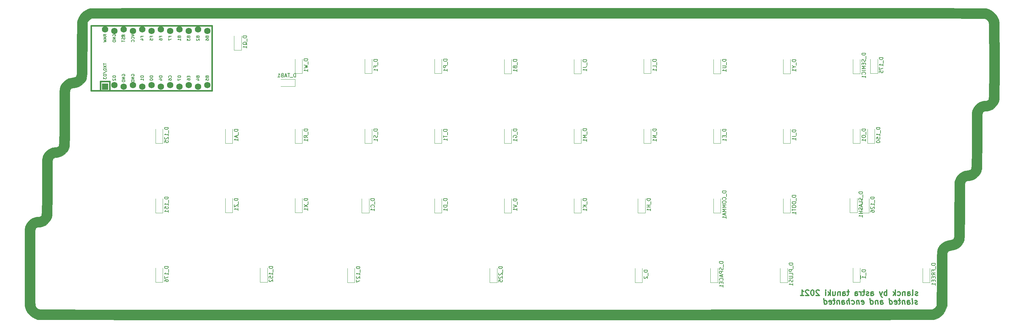
<source format=gbr>
G04 #@! TF.GenerationSoftware,KiCad,Pcbnew,6.0.10-86aedd382b~118~ubuntu20.04.1*
G04 #@! TF.CreationDate,2023-01-08T22:55:38-06:00*
G04 #@! TF.ProjectId,keyboard,6b657962-6f61-4726-942e-6b696361645f,rev?*
G04 #@! TF.SameCoordinates,Original*
G04 #@! TF.FileFunction,Legend,Bot*
G04 #@! TF.FilePolarity,Positive*
%FSLAX46Y46*%
G04 Gerber Fmt 4.6, Leading zero omitted, Abs format (unit mm)*
G04 Created by KiCad (PCBNEW 6.0.10-86aedd382b~118~ubuntu20.04.1) date 2023-01-08 22:55:38*
%MOMM*%
%LPD*%
G01*
G04 APERTURE LIST*
%ADD10C,0.300000*%
%ADD11C,0.150000*%
%ADD12C,0.010000*%
%ADD13C,0.381000*%
%ADD14C,0.120000*%
%ADD15R,1.752600X1.752600*%
%ADD16C,1.752600*%
G04 APERTURE END LIST*
D10*
X269719285Y-102725942D02*
X269576428Y-102797371D01*
X269290714Y-102797371D01*
X269147857Y-102725942D01*
X269076428Y-102583085D01*
X269076428Y-102511657D01*
X269147857Y-102368800D01*
X269290714Y-102297371D01*
X269505000Y-102297371D01*
X269647857Y-102225942D01*
X269719285Y-102083085D01*
X269719285Y-102011657D01*
X269647857Y-101868800D01*
X269505000Y-101797371D01*
X269290714Y-101797371D01*
X269147857Y-101868800D01*
X268219285Y-102797371D02*
X268362142Y-102725942D01*
X268433571Y-102583085D01*
X268433571Y-101297371D01*
X267005000Y-102797371D02*
X267005000Y-102011657D01*
X267076428Y-101868800D01*
X267219285Y-101797371D01*
X267505000Y-101797371D01*
X267647857Y-101868800D01*
X267005000Y-102725942D02*
X267147857Y-102797371D01*
X267505000Y-102797371D01*
X267647857Y-102725942D01*
X267719285Y-102583085D01*
X267719285Y-102440228D01*
X267647857Y-102297371D01*
X267505000Y-102225942D01*
X267147857Y-102225942D01*
X267005000Y-102154514D01*
X266290714Y-101797371D02*
X266290714Y-102797371D01*
X266290714Y-101940228D02*
X266219285Y-101868800D01*
X266076428Y-101797371D01*
X265862142Y-101797371D01*
X265719285Y-101868800D01*
X265647857Y-102011657D01*
X265647857Y-102797371D01*
X264290714Y-102725942D02*
X264433571Y-102797371D01*
X264719285Y-102797371D01*
X264862142Y-102725942D01*
X264933571Y-102654514D01*
X265005000Y-102511657D01*
X265005000Y-102083085D01*
X264933571Y-101940228D01*
X264862142Y-101868800D01*
X264719285Y-101797371D01*
X264433571Y-101797371D01*
X264290714Y-101868800D01*
X263647857Y-102797371D02*
X263647857Y-101297371D01*
X263505000Y-102225942D02*
X263076428Y-102797371D01*
X263076428Y-101797371D02*
X263647857Y-102368800D01*
X261290714Y-102797371D02*
X261290714Y-101297371D01*
X261290714Y-101868800D02*
X261147857Y-101797371D01*
X260862142Y-101797371D01*
X260719285Y-101868800D01*
X260647857Y-101940228D01*
X260576428Y-102083085D01*
X260576428Y-102511657D01*
X260647857Y-102654514D01*
X260719285Y-102725942D01*
X260862142Y-102797371D01*
X261147857Y-102797371D01*
X261290714Y-102725942D01*
X260076428Y-101797371D02*
X259719285Y-102797371D01*
X259362142Y-101797371D02*
X259719285Y-102797371D01*
X259862142Y-103154514D01*
X259933571Y-103225942D01*
X260076428Y-103297371D01*
X257005000Y-102797371D02*
X257005000Y-102011657D01*
X257076428Y-101868800D01*
X257219285Y-101797371D01*
X257505000Y-101797371D01*
X257647857Y-101868800D01*
X257005000Y-102725942D02*
X257147857Y-102797371D01*
X257505000Y-102797371D01*
X257647857Y-102725942D01*
X257719285Y-102583085D01*
X257719285Y-102440228D01*
X257647857Y-102297371D01*
X257505000Y-102225942D01*
X257147857Y-102225942D01*
X257005000Y-102154514D01*
X256362142Y-102725942D02*
X256219285Y-102797371D01*
X255933571Y-102797371D01*
X255790714Y-102725942D01*
X255719285Y-102583085D01*
X255719285Y-102511657D01*
X255790714Y-102368800D01*
X255933571Y-102297371D01*
X256147857Y-102297371D01*
X256290714Y-102225942D01*
X256362142Y-102083085D01*
X256362142Y-102011657D01*
X256290714Y-101868800D01*
X256147857Y-101797371D01*
X255933571Y-101797371D01*
X255790714Y-101868800D01*
X255290714Y-101797371D02*
X254719285Y-101797371D01*
X255076428Y-101297371D02*
X255076428Y-102583085D01*
X255005000Y-102725942D01*
X254862142Y-102797371D01*
X254719285Y-102797371D01*
X254219285Y-102797371D02*
X254219285Y-101797371D01*
X254219285Y-102083085D02*
X254147857Y-101940228D01*
X254076428Y-101868800D01*
X253933571Y-101797371D01*
X253790714Y-101797371D01*
X252647857Y-102797371D02*
X252647857Y-102011657D01*
X252719285Y-101868800D01*
X252862142Y-101797371D01*
X253147857Y-101797371D01*
X253290714Y-101868800D01*
X252647857Y-102725942D02*
X252790714Y-102797371D01*
X253147857Y-102797371D01*
X253290714Y-102725942D01*
X253362142Y-102583085D01*
X253362142Y-102440228D01*
X253290714Y-102297371D01*
X253147857Y-102225942D01*
X252790714Y-102225942D01*
X252647857Y-102154514D01*
X251005000Y-101797371D02*
X250433571Y-101797371D01*
X250790714Y-101297371D02*
X250790714Y-102583085D01*
X250719285Y-102725942D01*
X250576428Y-102797371D01*
X250433571Y-102797371D01*
X249290714Y-102797371D02*
X249290714Y-102011657D01*
X249362142Y-101868800D01*
X249505000Y-101797371D01*
X249790714Y-101797371D01*
X249933571Y-101868800D01*
X249290714Y-102725942D02*
X249433571Y-102797371D01*
X249790714Y-102797371D01*
X249933571Y-102725942D01*
X250005000Y-102583085D01*
X250005000Y-102440228D01*
X249933571Y-102297371D01*
X249790714Y-102225942D01*
X249433571Y-102225942D01*
X249290714Y-102154514D01*
X248576428Y-101797371D02*
X248576428Y-102797371D01*
X248576428Y-101940228D02*
X248505000Y-101868800D01*
X248362142Y-101797371D01*
X248147857Y-101797371D01*
X248005000Y-101868800D01*
X247933571Y-102011657D01*
X247933571Y-102797371D01*
X246576428Y-101797371D02*
X246576428Y-102797371D01*
X247219285Y-101797371D02*
X247219285Y-102583085D01*
X247147857Y-102725942D01*
X247005000Y-102797371D01*
X246790714Y-102797371D01*
X246647857Y-102725942D01*
X246576428Y-102654514D01*
X245862142Y-102797371D02*
X245862142Y-101297371D01*
X245719285Y-102225942D02*
X245290714Y-102797371D01*
X245290714Y-101797371D02*
X245862142Y-102368800D01*
X244647857Y-102797371D02*
X244647857Y-101797371D01*
X244647857Y-101297371D02*
X244719285Y-101368800D01*
X244647857Y-101440228D01*
X244576428Y-101368800D01*
X244647857Y-101297371D01*
X244647857Y-101440228D01*
X242862142Y-101440228D02*
X242790714Y-101368800D01*
X242647857Y-101297371D01*
X242290714Y-101297371D01*
X242147857Y-101368800D01*
X242076428Y-101440228D01*
X242005000Y-101583085D01*
X242005000Y-101725942D01*
X242076428Y-101940228D01*
X242933571Y-102797371D01*
X242005000Y-102797371D01*
X241076428Y-101297371D02*
X240933571Y-101297371D01*
X240790714Y-101368800D01*
X240719285Y-101440228D01*
X240647857Y-101583085D01*
X240576428Y-101868800D01*
X240576428Y-102225942D01*
X240647857Y-102511657D01*
X240719285Y-102654514D01*
X240790714Y-102725942D01*
X240933571Y-102797371D01*
X241076428Y-102797371D01*
X241219285Y-102725942D01*
X241290714Y-102654514D01*
X241362142Y-102511657D01*
X241433571Y-102225942D01*
X241433571Y-101868800D01*
X241362142Y-101583085D01*
X241290714Y-101440228D01*
X241219285Y-101368800D01*
X241076428Y-101297371D01*
X240005000Y-101440228D02*
X239933571Y-101368800D01*
X239790714Y-101297371D01*
X239433571Y-101297371D01*
X239290714Y-101368800D01*
X239219285Y-101440228D01*
X239147857Y-101583085D01*
X239147857Y-101725942D01*
X239219285Y-101940228D01*
X240076428Y-102797371D01*
X239147857Y-102797371D01*
X237719285Y-102797371D02*
X238576428Y-102797371D01*
X238147857Y-102797371D02*
X238147857Y-101297371D01*
X238290714Y-101511657D01*
X238433571Y-101654514D01*
X238576428Y-101725942D01*
X269701428Y-105107142D02*
X269567500Y-105178571D01*
X269281785Y-105178571D01*
X269130000Y-105107142D01*
X269040714Y-104964285D01*
X269031785Y-104892857D01*
X269085357Y-104750000D01*
X269219285Y-104678571D01*
X269433571Y-104678571D01*
X269567500Y-104607142D01*
X269621071Y-104464285D01*
X269612142Y-104392857D01*
X269522857Y-104250000D01*
X269371071Y-104178571D01*
X269156785Y-104178571D01*
X269022857Y-104250000D01*
X268210357Y-105178571D02*
X268344285Y-105107142D01*
X268397857Y-104964285D01*
X268237142Y-103678571D01*
X266996071Y-105178571D02*
X266897857Y-104392857D01*
X266951428Y-104250000D01*
X267085357Y-104178571D01*
X267371071Y-104178571D01*
X267522857Y-104250000D01*
X266987142Y-105107142D02*
X267138928Y-105178571D01*
X267496071Y-105178571D01*
X267630000Y-105107142D01*
X267683571Y-104964285D01*
X267665714Y-104821428D01*
X267576428Y-104678571D01*
X267424642Y-104607142D01*
X267067500Y-104607142D01*
X266915714Y-104535714D01*
X266156785Y-104178571D02*
X266281785Y-105178571D01*
X266174642Y-104321428D02*
X266094285Y-104250000D01*
X265942500Y-104178571D01*
X265728214Y-104178571D01*
X265594285Y-104250000D01*
X265540714Y-104392857D01*
X265638928Y-105178571D01*
X265013928Y-104178571D02*
X264442500Y-104178571D01*
X264737142Y-103678571D02*
X264897857Y-104964285D01*
X264844285Y-105107142D01*
X264710357Y-105178571D01*
X264567500Y-105178571D01*
X263487142Y-105107142D02*
X263638928Y-105178571D01*
X263924642Y-105178571D01*
X264058571Y-105107142D01*
X264112142Y-104964285D01*
X264040714Y-104392857D01*
X263951428Y-104250000D01*
X263799642Y-104178571D01*
X263513928Y-104178571D01*
X263380000Y-104250000D01*
X263326428Y-104392857D01*
X263344285Y-104535714D01*
X264076428Y-104678571D01*
X262138928Y-105178571D02*
X261951428Y-103678571D01*
X262130000Y-105107142D02*
X262281785Y-105178571D01*
X262567500Y-105178571D01*
X262701428Y-105107142D01*
X262763928Y-105035714D01*
X262817500Y-104892857D01*
X262763928Y-104464285D01*
X262674642Y-104321428D01*
X262594285Y-104250000D01*
X262442500Y-104178571D01*
X262156785Y-104178571D01*
X262022857Y-104250000D01*
X259638928Y-105178571D02*
X259540714Y-104392857D01*
X259594285Y-104250000D01*
X259728214Y-104178571D01*
X260013928Y-104178571D01*
X260165714Y-104250000D01*
X259630000Y-105107142D02*
X259781785Y-105178571D01*
X260138928Y-105178571D01*
X260272857Y-105107142D01*
X260326428Y-104964285D01*
X260308571Y-104821428D01*
X260219285Y-104678571D01*
X260067500Y-104607142D01*
X259710357Y-104607142D01*
X259558571Y-104535714D01*
X258799642Y-104178571D02*
X258924642Y-105178571D01*
X258817500Y-104321428D02*
X258737142Y-104250000D01*
X258585357Y-104178571D01*
X258371071Y-104178571D01*
X258237142Y-104250000D01*
X258183571Y-104392857D01*
X258281785Y-105178571D01*
X256924642Y-105178571D02*
X256737142Y-103678571D01*
X256915714Y-105107142D02*
X257067500Y-105178571D01*
X257353214Y-105178571D01*
X257487142Y-105107142D01*
X257549642Y-105035714D01*
X257603214Y-104892857D01*
X257549642Y-104464285D01*
X257460357Y-104321428D01*
X257380000Y-104250000D01*
X257228214Y-104178571D01*
X256942500Y-104178571D01*
X256808571Y-104250000D01*
X254487142Y-105107142D02*
X254638928Y-105178571D01*
X254924642Y-105178571D01*
X255058571Y-105107142D01*
X255112142Y-104964285D01*
X255040714Y-104392857D01*
X254951428Y-104250000D01*
X254799642Y-104178571D01*
X254513928Y-104178571D01*
X254380000Y-104250000D01*
X254326428Y-104392857D01*
X254344285Y-104535714D01*
X255076428Y-104678571D01*
X253656785Y-104178571D02*
X253781785Y-105178571D01*
X253674642Y-104321428D02*
X253594285Y-104250000D01*
X253442500Y-104178571D01*
X253228214Y-104178571D01*
X253094285Y-104250000D01*
X253040714Y-104392857D01*
X253138928Y-105178571D01*
X251772857Y-105107142D02*
X251924642Y-105178571D01*
X252210357Y-105178571D01*
X252344285Y-105107142D01*
X252406785Y-105035714D01*
X252460357Y-104892857D01*
X252406785Y-104464285D01*
X252317500Y-104321428D01*
X252237142Y-104250000D01*
X252085357Y-104178571D01*
X251799642Y-104178571D01*
X251665714Y-104250000D01*
X251138928Y-105178571D02*
X250951428Y-103678571D01*
X250496071Y-105178571D02*
X250397857Y-104392857D01*
X250451428Y-104250000D01*
X250585357Y-104178571D01*
X250799642Y-104178571D01*
X250951428Y-104250000D01*
X251031785Y-104321428D01*
X249138928Y-105178571D02*
X249040714Y-104392857D01*
X249094285Y-104250000D01*
X249228214Y-104178571D01*
X249513928Y-104178571D01*
X249665714Y-104250000D01*
X249130000Y-105107142D02*
X249281785Y-105178571D01*
X249638928Y-105178571D01*
X249772857Y-105107142D01*
X249826428Y-104964285D01*
X249808571Y-104821428D01*
X249719285Y-104678571D01*
X249567500Y-104607142D01*
X249210357Y-104607142D01*
X249058571Y-104535714D01*
X248299642Y-104178571D02*
X248424642Y-105178571D01*
X248317500Y-104321428D02*
X248237142Y-104250000D01*
X248085357Y-104178571D01*
X247871071Y-104178571D01*
X247737142Y-104250000D01*
X247683571Y-104392857D01*
X247781785Y-105178571D01*
X247156785Y-104178571D02*
X246585357Y-104178571D01*
X246880000Y-103678571D02*
X247040714Y-104964285D01*
X246987142Y-105107142D01*
X246853214Y-105178571D01*
X246710357Y-105178571D01*
X245630000Y-105107142D02*
X245781785Y-105178571D01*
X246067500Y-105178571D01*
X246201428Y-105107142D01*
X246255000Y-104964285D01*
X246183571Y-104392857D01*
X246094285Y-104250000D01*
X245942500Y-104178571D01*
X245656785Y-104178571D01*
X245522857Y-104250000D01*
X245469285Y-104392857D01*
X245487142Y-104535714D01*
X246219285Y-104678571D01*
X244281785Y-105178571D02*
X244094285Y-103678571D01*
X244272857Y-105107142D02*
X244424642Y-105178571D01*
X244710357Y-105178571D01*
X244844285Y-105107142D01*
X244906785Y-105035714D01*
X244960357Y-104892857D01*
X244906785Y-104464285D01*
X244817500Y-104321428D01*
X244737142Y-104250000D01*
X244585357Y-104178571D01*
X244299642Y-104178571D01*
X244165714Y-104250000D01*
D11*
X65799764Y-43183666D02*
X65837859Y-43145571D01*
X65875954Y-43031285D01*
X65875954Y-42955095D01*
X65837859Y-42840809D01*
X65761669Y-42764619D01*
X65685478Y-42726523D01*
X65533097Y-42688428D01*
X65418811Y-42688428D01*
X65266430Y-42726523D01*
X65190240Y-42764619D01*
X65114050Y-42840809D01*
X65075954Y-42955095D01*
X65075954Y-43031285D01*
X65114050Y-43145571D01*
X65152145Y-43183666D01*
X65075954Y-43869380D02*
X65075954Y-43717000D01*
X65114050Y-43640809D01*
X65152145Y-43602714D01*
X65266430Y-43526523D01*
X65418811Y-43488428D01*
X65723573Y-43488428D01*
X65799764Y-43526523D01*
X65837859Y-43564619D01*
X65875954Y-43640809D01*
X65875954Y-43793190D01*
X65837859Y-43869380D01*
X65799764Y-43907476D01*
X65723573Y-43945571D01*
X65533097Y-43945571D01*
X65456907Y-43907476D01*
X65418811Y-43869380D01*
X65380716Y-43793190D01*
X65380716Y-43640809D01*
X65418811Y-43564619D01*
X65456907Y-43526523D01*
X65533097Y-43488428D01*
X54954050Y-42707476D02*
X54915954Y-42631285D01*
X54915954Y-42517000D01*
X54954050Y-42402714D01*
X55030240Y-42326523D01*
X55106430Y-42288428D01*
X55258811Y-42250333D01*
X55373097Y-42250333D01*
X55525478Y-42288428D01*
X55601669Y-42326523D01*
X55677859Y-42402714D01*
X55715954Y-42517000D01*
X55715954Y-42593190D01*
X55677859Y-42707476D01*
X55639764Y-42745571D01*
X55373097Y-42745571D01*
X55373097Y-42593190D01*
X55715954Y-43088428D02*
X54915954Y-43088428D01*
X55715954Y-43545571D01*
X54915954Y-43545571D01*
X55715954Y-43926523D02*
X54915954Y-43926523D01*
X54915954Y-44117000D01*
X54954050Y-44231285D01*
X55030240Y-44307476D01*
X55106430Y-44345571D01*
X55258811Y-44383666D01*
X55373097Y-44383666D01*
X55525478Y-44345571D01*
X55601669Y-44307476D01*
X55677859Y-44231285D01*
X55715954Y-44117000D01*
X55715954Y-43926523D01*
X53117859Y-32282666D02*
X53155954Y-32396952D01*
X53155954Y-32587428D01*
X53117859Y-32663619D01*
X53079764Y-32701714D01*
X53003573Y-32739809D01*
X52927383Y-32739809D01*
X52851192Y-32701714D01*
X52813097Y-32663619D01*
X52775002Y-32587428D01*
X52736907Y-32435047D01*
X52698811Y-32358857D01*
X52660716Y-32320761D01*
X52584526Y-32282666D01*
X52508335Y-32282666D01*
X52432145Y-32320761D01*
X52394050Y-32358857D01*
X52355954Y-32435047D01*
X52355954Y-32625523D01*
X52394050Y-32739809D01*
X52355954Y-32968380D02*
X52355954Y-33425523D01*
X53155954Y-33196952D02*
X52355954Y-33196952D01*
X58255954Y-42726523D02*
X57455954Y-42726523D01*
X57455954Y-42917000D01*
X57494050Y-43031285D01*
X57570240Y-43107476D01*
X57646430Y-43145571D01*
X57798811Y-43183666D01*
X57913097Y-43183666D01*
X58065478Y-43145571D01*
X58141669Y-43107476D01*
X58217859Y-43031285D01*
X58255954Y-42917000D01*
X58255954Y-42726523D01*
X58255954Y-43945571D02*
X58255954Y-43488428D01*
X58255954Y-43717000D02*
X57455954Y-43717000D01*
X57570240Y-43640809D01*
X57646430Y-43564619D01*
X57684526Y-43488428D01*
X73076907Y-42993190D02*
X73115002Y-43107476D01*
X73153097Y-43145571D01*
X73229288Y-43183666D01*
X73343573Y-43183666D01*
X73419764Y-43145571D01*
X73457859Y-43107476D01*
X73495954Y-43031285D01*
X73495954Y-42726523D01*
X72695954Y-42726523D01*
X72695954Y-42993190D01*
X72734050Y-43069380D01*
X72772145Y-43107476D01*
X72848335Y-43145571D01*
X72924526Y-43145571D01*
X73000716Y-43107476D01*
X73038811Y-43069380D01*
X73076907Y-42993190D01*
X73076907Y-42726523D01*
X72962621Y-43869380D02*
X73495954Y-43869380D01*
X72657859Y-43678904D02*
X73229288Y-43488428D01*
X73229288Y-43983666D01*
X75616907Y-32071190D02*
X75655002Y-32185476D01*
X75693097Y-32223571D01*
X75769288Y-32261666D01*
X75883573Y-32261666D01*
X75959764Y-32223571D01*
X75997859Y-32185476D01*
X76035954Y-32109285D01*
X76035954Y-31804523D01*
X75235954Y-31804523D01*
X75235954Y-32071190D01*
X75274050Y-32147380D01*
X75312145Y-32185476D01*
X75388335Y-32223571D01*
X75464526Y-32223571D01*
X75540716Y-32185476D01*
X75578811Y-32147380D01*
X75616907Y-32071190D01*
X75616907Y-31804523D01*
X75235954Y-32947380D02*
X75235954Y-32795000D01*
X75274050Y-32718809D01*
X75312145Y-32680714D01*
X75426430Y-32604523D01*
X75578811Y-32566428D01*
X75883573Y-32566428D01*
X75959764Y-32604523D01*
X75997859Y-32642619D01*
X76035954Y-32718809D01*
X76035954Y-32871190D01*
X75997859Y-32947380D01*
X75959764Y-32985476D01*
X75883573Y-33023571D01*
X75693097Y-33023571D01*
X75616907Y-32985476D01*
X75578811Y-32947380D01*
X75540716Y-32871190D01*
X75540716Y-32718809D01*
X75578811Y-32642619D01*
X75616907Y-32604523D01*
X75693097Y-32566428D01*
X54915954Y-31328333D02*
X55715954Y-31595000D01*
X54915954Y-31861666D01*
X55639764Y-32585476D02*
X55677859Y-32547380D01*
X55715954Y-32433095D01*
X55715954Y-32356904D01*
X55677859Y-32242619D01*
X55601669Y-32166428D01*
X55525478Y-32128333D01*
X55373097Y-32090238D01*
X55258811Y-32090238D01*
X55106430Y-32128333D01*
X55030240Y-32166428D01*
X54954050Y-32242619D01*
X54915954Y-32356904D01*
X54915954Y-32433095D01*
X54954050Y-32547380D01*
X54992145Y-32585476D01*
X55639764Y-33385476D02*
X55677859Y-33347380D01*
X55715954Y-33233095D01*
X55715954Y-33156904D01*
X55677859Y-33042619D01*
X55601669Y-32966428D01*
X55525478Y-32928333D01*
X55373097Y-32890238D01*
X55258811Y-32890238D01*
X55106430Y-32928333D01*
X55030240Y-32966428D01*
X54954050Y-33042619D01*
X54915954Y-33156904D01*
X54915954Y-33233095D01*
X54954050Y-33347380D01*
X54992145Y-33385476D01*
X52414050Y-42707476D02*
X52375954Y-42631285D01*
X52375954Y-42517000D01*
X52414050Y-42402714D01*
X52490240Y-42326523D01*
X52566430Y-42288428D01*
X52718811Y-42250333D01*
X52833097Y-42250333D01*
X52985478Y-42288428D01*
X53061669Y-42326523D01*
X53137859Y-42402714D01*
X53175954Y-42517000D01*
X53175954Y-42593190D01*
X53137859Y-42707476D01*
X53099764Y-42745571D01*
X52833097Y-42745571D01*
X52833097Y-42593190D01*
X53175954Y-43088428D02*
X52375954Y-43088428D01*
X53175954Y-43545571D01*
X52375954Y-43545571D01*
X53175954Y-43926523D02*
X52375954Y-43926523D01*
X52375954Y-44117000D01*
X52414050Y-44231285D01*
X52490240Y-44307476D01*
X52566430Y-44345571D01*
X52718811Y-44383666D01*
X52833097Y-44383666D01*
X52985478Y-44345571D01*
X53061669Y-44307476D01*
X53137859Y-44231285D01*
X53175954Y-44117000D01*
X53175954Y-43926523D01*
X50635954Y-42726523D02*
X49835954Y-42726523D01*
X49835954Y-42917000D01*
X49874050Y-43031285D01*
X49950240Y-43107476D01*
X50026430Y-43145571D01*
X50178811Y-43183666D01*
X50293097Y-43183666D01*
X50445478Y-43145571D01*
X50521669Y-43107476D01*
X50597859Y-43031285D01*
X50635954Y-42917000D01*
X50635954Y-42726523D01*
X49912145Y-43488428D02*
X49874050Y-43526523D01*
X49835954Y-43602714D01*
X49835954Y-43793190D01*
X49874050Y-43869380D01*
X49912145Y-43907476D01*
X49988335Y-43945571D01*
X50064526Y-43945571D01*
X50178811Y-43907476D01*
X50635954Y-43450333D01*
X50635954Y-43945571D01*
X65456907Y-32128333D02*
X65456907Y-31861666D01*
X65875954Y-31861666D02*
X65075954Y-31861666D01*
X65075954Y-32242619D01*
X65075954Y-32471190D02*
X65075954Y-33004523D01*
X65875954Y-32661666D01*
X60795954Y-42726523D02*
X59995954Y-42726523D01*
X59995954Y-42917000D01*
X60034050Y-43031285D01*
X60110240Y-43107476D01*
X60186430Y-43145571D01*
X60338811Y-43183666D01*
X60453097Y-43183666D01*
X60605478Y-43145571D01*
X60681669Y-43107476D01*
X60757859Y-43031285D01*
X60795954Y-42917000D01*
X60795954Y-42726523D01*
X59995954Y-43678904D02*
X59995954Y-43755095D01*
X60034050Y-43831285D01*
X60072145Y-43869380D01*
X60148335Y-43907476D01*
X60300716Y-43945571D01*
X60491192Y-43945571D01*
X60643573Y-43907476D01*
X60719764Y-43869380D01*
X60757859Y-43831285D01*
X60795954Y-43755095D01*
X60795954Y-43678904D01*
X60757859Y-43602714D01*
X60719764Y-43564619D01*
X60643573Y-43526523D01*
X60491192Y-43488428D01*
X60300716Y-43488428D01*
X60148335Y-43526523D01*
X60072145Y-43564619D01*
X60034050Y-43602714D01*
X59995954Y-43678904D01*
X70536907Y-32071190D02*
X70575002Y-32185476D01*
X70613097Y-32223571D01*
X70689288Y-32261666D01*
X70803573Y-32261666D01*
X70879764Y-32223571D01*
X70917859Y-32185476D01*
X70955954Y-32109285D01*
X70955954Y-31804523D01*
X70155954Y-31804523D01*
X70155954Y-32071190D01*
X70194050Y-32147380D01*
X70232145Y-32185476D01*
X70308335Y-32223571D01*
X70384526Y-32223571D01*
X70460716Y-32185476D01*
X70498811Y-32147380D01*
X70536907Y-32071190D01*
X70536907Y-31804523D01*
X70155954Y-32528333D02*
X70155954Y-33023571D01*
X70460716Y-32756904D01*
X70460716Y-32871190D01*
X70498811Y-32947380D01*
X70536907Y-32985476D01*
X70613097Y-33023571D01*
X70803573Y-33023571D01*
X70879764Y-32985476D01*
X70917859Y-32947380D01*
X70955954Y-32871190D01*
X70955954Y-32642619D01*
X70917859Y-32566428D01*
X70879764Y-32528333D01*
X47295954Y-39237395D02*
X47295954Y-39694538D01*
X48095954Y-39465967D02*
X47295954Y-39465967D01*
X47295954Y-39885014D02*
X48095954Y-40418348D01*
X47295954Y-40418348D02*
X48095954Y-39885014D01*
X47295954Y-40875491D02*
X47295954Y-40951681D01*
X47334050Y-41027872D01*
X47372145Y-41065967D01*
X47448335Y-41104062D01*
X47600716Y-41142157D01*
X47791192Y-41142157D01*
X47943573Y-41104062D01*
X48019764Y-41065967D01*
X48057859Y-41027872D01*
X48095954Y-40951681D01*
X48095954Y-40875491D01*
X48057859Y-40799300D01*
X48019764Y-40761205D01*
X47943573Y-40723110D01*
X47791192Y-40685014D01*
X47600716Y-40685014D01*
X47448335Y-40723110D01*
X47372145Y-40761205D01*
X47334050Y-40799300D01*
X47295954Y-40875491D01*
X47257859Y-42056443D02*
X48286430Y-41370729D01*
X48095954Y-42323110D02*
X47295954Y-42323110D01*
X47295954Y-42513586D01*
X47334050Y-42627872D01*
X47410240Y-42704062D01*
X47486430Y-42742157D01*
X47638811Y-42780252D01*
X47753097Y-42780252D01*
X47905478Y-42742157D01*
X47981669Y-42704062D01*
X48057859Y-42627872D01*
X48095954Y-42513586D01*
X48095954Y-42323110D01*
X47295954Y-43046919D02*
X47295954Y-43542157D01*
X47600716Y-43275491D01*
X47600716Y-43389776D01*
X47638811Y-43465967D01*
X47676907Y-43504062D01*
X47753097Y-43542157D01*
X47943573Y-43542157D01*
X48019764Y-43504062D01*
X48057859Y-43465967D01*
X48095954Y-43389776D01*
X48095954Y-43161205D01*
X48057859Y-43085014D01*
X48019764Y-43046919D01*
X68415954Y-42726523D02*
X67615954Y-42726523D01*
X67615954Y-42917000D01*
X67654050Y-43031285D01*
X67730240Y-43107476D01*
X67806430Y-43145571D01*
X67958811Y-43183666D01*
X68073097Y-43183666D01*
X68225478Y-43145571D01*
X68301669Y-43107476D01*
X68377859Y-43031285D01*
X68415954Y-42917000D01*
X68415954Y-42726523D01*
X67615954Y-43450333D02*
X67615954Y-43983666D01*
X68415954Y-43640809D01*
X49874050Y-31785476D02*
X49835954Y-31709285D01*
X49835954Y-31595000D01*
X49874050Y-31480714D01*
X49950240Y-31404523D01*
X50026430Y-31366428D01*
X50178811Y-31328333D01*
X50293097Y-31328333D01*
X50445478Y-31366428D01*
X50521669Y-31404523D01*
X50597859Y-31480714D01*
X50635954Y-31595000D01*
X50635954Y-31671190D01*
X50597859Y-31785476D01*
X50559764Y-31823571D01*
X50293097Y-31823571D01*
X50293097Y-31671190D01*
X50635954Y-32166428D02*
X49835954Y-32166428D01*
X50635954Y-32623571D01*
X49835954Y-32623571D01*
X50635954Y-33004523D02*
X49835954Y-33004523D01*
X49835954Y-33195000D01*
X49874050Y-33309285D01*
X49950240Y-33385476D01*
X50026430Y-33423571D01*
X50178811Y-33461666D01*
X50293097Y-33461666D01*
X50445478Y-33423571D01*
X50521669Y-33385476D01*
X50597859Y-33309285D01*
X50635954Y-33195000D01*
X50635954Y-33004523D01*
X70536907Y-42764619D02*
X70536907Y-43031285D01*
X70955954Y-43145571D02*
X70955954Y-42764619D01*
X70155954Y-42764619D01*
X70155954Y-43145571D01*
X70155954Y-43831285D02*
X70155954Y-43678904D01*
X70194050Y-43602714D01*
X70232145Y-43564619D01*
X70346430Y-43488428D01*
X70498811Y-43450333D01*
X70803573Y-43450333D01*
X70879764Y-43488428D01*
X70917859Y-43526523D01*
X70955954Y-43602714D01*
X70955954Y-43755095D01*
X70917859Y-43831285D01*
X70879764Y-43869380D01*
X70803573Y-43907476D01*
X70613097Y-43907476D01*
X70536907Y-43869380D01*
X70498811Y-43831285D01*
X70460716Y-43755095D01*
X70460716Y-43602714D01*
X70498811Y-43526523D01*
X70536907Y-43488428D01*
X70613097Y-43450333D01*
X48095954Y-31842619D02*
X47715002Y-31575952D01*
X48095954Y-31385476D02*
X47295954Y-31385476D01*
X47295954Y-31690238D01*
X47334050Y-31766428D01*
X47372145Y-31804523D01*
X47448335Y-31842619D01*
X47562621Y-31842619D01*
X47638811Y-31804523D01*
X47676907Y-31766428D01*
X47715002Y-31690238D01*
X47715002Y-31385476D01*
X47867383Y-32147380D02*
X47867383Y-32528333D01*
X48095954Y-32071190D02*
X47295954Y-32337857D01*
X48095954Y-32604523D01*
X47295954Y-32795000D02*
X48095954Y-32985476D01*
X47524526Y-33137857D01*
X48095954Y-33290238D01*
X47295954Y-33480714D01*
X60376907Y-32128333D02*
X60376907Y-31861666D01*
X60795954Y-31861666D02*
X59995954Y-31861666D01*
X59995954Y-32242619D01*
X59995954Y-32928333D02*
X59995954Y-32547380D01*
X60376907Y-32509285D01*
X60338811Y-32547380D01*
X60300716Y-32623571D01*
X60300716Y-32814047D01*
X60338811Y-32890238D01*
X60376907Y-32928333D01*
X60453097Y-32966428D01*
X60643573Y-32966428D01*
X60719764Y-32928333D01*
X60757859Y-32890238D01*
X60795954Y-32814047D01*
X60795954Y-32623571D01*
X60757859Y-32547380D01*
X60719764Y-32509285D01*
X62916907Y-32128333D02*
X62916907Y-31861666D01*
X63335954Y-31861666D02*
X62535954Y-31861666D01*
X62535954Y-32242619D01*
X62535954Y-32890238D02*
X62535954Y-32737857D01*
X62574050Y-32661666D01*
X62612145Y-32623571D01*
X62726430Y-32547380D01*
X62878811Y-32509285D01*
X63183573Y-32509285D01*
X63259764Y-32547380D01*
X63297859Y-32585476D01*
X63335954Y-32661666D01*
X63335954Y-32814047D01*
X63297859Y-32890238D01*
X63259764Y-32928333D01*
X63183573Y-32966428D01*
X62993097Y-32966428D01*
X62916907Y-32928333D01*
X62878811Y-32890238D01*
X62840716Y-32814047D01*
X62840716Y-32661666D01*
X62878811Y-32585476D01*
X62916907Y-32547380D01*
X62993097Y-32509285D01*
X67996907Y-32071190D02*
X68035002Y-32185476D01*
X68073097Y-32223571D01*
X68149288Y-32261666D01*
X68263573Y-32261666D01*
X68339764Y-32223571D01*
X68377859Y-32185476D01*
X68415954Y-32109285D01*
X68415954Y-31804523D01*
X67615954Y-31804523D01*
X67615954Y-32071190D01*
X67654050Y-32147380D01*
X67692145Y-32185476D01*
X67768335Y-32223571D01*
X67844526Y-32223571D01*
X67920716Y-32185476D01*
X67958811Y-32147380D01*
X67996907Y-32071190D01*
X67996907Y-31804523D01*
X68415954Y-33023571D02*
X68415954Y-32566428D01*
X68415954Y-32795000D02*
X67615954Y-32795000D01*
X67730240Y-32718809D01*
X67806430Y-32642619D01*
X67844526Y-32566428D01*
X75616907Y-42993190D02*
X75655002Y-43107476D01*
X75693097Y-43145571D01*
X75769288Y-43183666D01*
X75883573Y-43183666D01*
X75959764Y-43145571D01*
X75997859Y-43107476D01*
X76035954Y-43031285D01*
X76035954Y-42726523D01*
X75235954Y-42726523D01*
X75235954Y-42993190D01*
X75274050Y-43069380D01*
X75312145Y-43107476D01*
X75388335Y-43145571D01*
X75464526Y-43145571D01*
X75540716Y-43107476D01*
X75578811Y-43069380D01*
X75616907Y-42993190D01*
X75616907Y-42726523D01*
X75235954Y-43907476D02*
X75235954Y-43526523D01*
X75616907Y-43488428D01*
X75578811Y-43526523D01*
X75540716Y-43602714D01*
X75540716Y-43793190D01*
X75578811Y-43869380D01*
X75616907Y-43907476D01*
X75693097Y-43945571D01*
X75883573Y-43945571D01*
X75959764Y-43907476D01*
X75997859Y-43869380D01*
X76035954Y-43793190D01*
X76035954Y-43602714D01*
X75997859Y-43526523D01*
X75959764Y-43488428D01*
X57836907Y-32128333D02*
X57836907Y-31861666D01*
X58255954Y-31861666D02*
X57455954Y-31861666D01*
X57455954Y-32242619D01*
X57722621Y-32890238D02*
X58255954Y-32890238D01*
X57417859Y-32699761D02*
X57989288Y-32509285D01*
X57989288Y-33004523D01*
X73076907Y-32071190D02*
X73115002Y-32185476D01*
X73153097Y-32223571D01*
X73229288Y-32261666D01*
X73343573Y-32261666D01*
X73419764Y-32223571D01*
X73457859Y-32185476D01*
X73495954Y-32109285D01*
X73495954Y-31804523D01*
X72695954Y-31804523D01*
X72695954Y-32071190D01*
X72734050Y-32147380D01*
X72772145Y-32185476D01*
X72848335Y-32223571D01*
X72924526Y-32223571D01*
X73000716Y-32185476D01*
X73038811Y-32147380D01*
X73076907Y-32071190D01*
X73076907Y-31804523D01*
X72772145Y-32566428D02*
X72734050Y-32604523D01*
X72695954Y-32680714D01*
X72695954Y-32871190D01*
X72734050Y-32947380D01*
X72772145Y-32985476D01*
X72848335Y-33023571D01*
X72924526Y-33023571D01*
X73038811Y-32985476D01*
X73495954Y-32528333D01*
X73495954Y-33023571D01*
X63335954Y-42726523D02*
X62535954Y-42726523D01*
X62535954Y-42917000D01*
X62574050Y-43031285D01*
X62650240Y-43107476D01*
X62726430Y-43145571D01*
X62878811Y-43183666D01*
X62993097Y-43183666D01*
X63145478Y-43145571D01*
X63221669Y-43107476D01*
X63297859Y-43031285D01*
X63335954Y-42917000D01*
X63335954Y-42726523D01*
X62802621Y-43869380D02*
X63335954Y-43869380D01*
X62497859Y-43678904D02*
X63069288Y-43488428D01*
X63069288Y-43983666D01*
X195965180Y-95875852D02*
X194965180Y-95875852D01*
X194965180Y-96113947D01*
X195012800Y-96256804D01*
X195108038Y-96352042D01*
X195203276Y-96399661D01*
X195393752Y-96447280D01*
X195536609Y-96447280D01*
X195727085Y-96399661D01*
X195822323Y-96352042D01*
X195917561Y-96256804D01*
X195965180Y-96113947D01*
X195965180Y-95875852D01*
X196060419Y-96637757D02*
X196060419Y-97399661D01*
X195060419Y-97590138D02*
X195012800Y-97637757D01*
X194965180Y-97732995D01*
X194965180Y-97971090D01*
X195012800Y-98066328D01*
X195060419Y-98113947D01*
X195155657Y-98161566D01*
X195250895Y-98161566D01*
X195393752Y-98113947D01*
X195965180Y-97542519D01*
X195965180Y-98161566D01*
X64996430Y-56823471D02*
X63996430Y-56823471D01*
X63996430Y-57061566D01*
X64044050Y-57204423D01*
X64139288Y-57299661D01*
X64234526Y-57347280D01*
X64425002Y-57394900D01*
X64567859Y-57394900D01*
X64758335Y-57347280D01*
X64853573Y-57299661D01*
X64948811Y-57204423D01*
X64996430Y-57061566D01*
X64996430Y-56823471D01*
X65091669Y-57585376D02*
X65091669Y-58347280D01*
X64996430Y-59109185D02*
X64996430Y-58537757D01*
X64996430Y-58823471D02*
X63996430Y-58823471D01*
X64139288Y-58728233D01*
X64234526Y-58632995D01*
X64282145Y-58537757D01*
X64091669Y-59490138D02*
X64044050Y-59537757D01*
X63996430Y-59632995D01*
X63996430Y-59871090D01*
X64044050Y-59966328D01*
X64091669Y-60013947D01*
X64186907Y-60061566D01*
X64282145Y-60061566D01*
X64425002Y-60013947D01*
X64996430Y-59442519D01*
X64996430Y-60061566D01*
X63996430Y-60966328D02*
X63996430Y-60490138D01*
X64472621Y-60442519D01*
X64425002Y-60490138D01*
X64377383Y-60585376D01*
X64377383Y-60823471D01*
X64425002Y-60918709D01*
X64472621Y-60966328D01*
X64567859Y-61013947D01*
X64805954Y-61013947D01*
X64901192Y-60966328D01*
X64948811Y-60918709D01*
X64996430Y-60823471D01*
X64996430Y-60585376D01*
X64948811Y-60490138D01*
X64901192Y-60442519D01*
X257877680Y-75873471D02*
X256877680Y-75873471D01*
X256877680Y-76111566D01*
X256925300Y-76254423D01*
X257020538Y-76349661D01*
X257115776Y-76397280D01*
X257306252Y-76444900D01*
X257449109Y-76444900D01*
X257639585Y-76397280D01*
X257734823Y-76349661D01*
X257830061Y-76254423D01*
X257877680Y-76111566D01*
X257877680Y-75873471D01*
X257972919Y-76635376D02*
X257972919Y-77397280D01*
X257877680Y-78159185D02*
X257877680Y-77587757D01*
X257877680Y-77873471D02*
X256877680Y-77873471D01*
X257020538Y-77778233D01*
X257115776Y-77682995D01*
X257163395Y-77587757D01*
X256972919Y-78540138D02*
X256925300Y-78587757D01*
X256877680Y-78682995D01*
X256877680Y-78921090D01*
X256925300Y-79016328D01*
X256972919Y-79063947D01*
X257068157Y-79111566D01*
X257163395Y-79111566D01*
X257306252Y-79063947D01*
X257877680Y-78492519D01*
X257877680Y-79111566D01*
X256877680Y-79968709D02*
X256877680Y-79778233D01*
X256925300Y-79682995D01*
X256972919Y-79635376D01*
X257115776Y-79540138D01*
X257306252Y-79492519D01*
X257687204Y-79492519D01*
X257782442Y-79540138D01*
X257830061Y-79587757D01*
X257877680Y-79682995D01*
X257877680Y-79873471D01*
X257830061Y-79968709D01*
X257782442Y-80016328D01*
X257687204Y-80063947D01*
X257449109Y-80063947D01*
X257353871Y-80016328D01*
X257306252Y-79968709D01*
X257258633Y-79873471D01*
X257258633Y-79682995D01*
X257306252Y-79587757D01*
X257353871Y-79540138D01*
X257449109Y-79492519D01*
X117383930Y-94923471D02*
X116383930Y-94923471D01*
X116383930Y-95161566D01*
X116431550Y-95304423D01*
X116526788Y-95399661D01*
X116622026Y-95447280D01*
X116812502Y-95494900D01*
X116955359Y-95494900D01*
X117145835Y-95447280D01*
X117241073Y-95399661D01*
X117336311Y-95304423D01*
X117383930Y-95161566D01*
X117383930Y-94923471D01*
X117479169Y-95685376D02*
X117479169Y-96447280D01*
X117383930Y-97209185D02*
X117383930Y-96637757D01*
X117383930Y-96923471D02*
X116383930Y-96923471D01*
X116526788Y-96828233D01*
X116622026Y-96732995D01*
X116669645Y-96637757D01*
X116479169Y-97590138D02*
X116431550Y-97637757D01*
X116383930Y-97732995D01*
X116383930Y-97971090D01*
X116431550Y-98066328D01*
X116479169Y-98113947D01*
X116574407Y-98161566D01*
X116669645Y-98161566D01*
X116812502Y-98113947D01*
X117383930Y-97542519D01*
X117383930Y-98161566D01*
X116383930Y-98494900D02*
X116383930Y-99161566D01*
X117383930Y-98732995D01*
X259465180Y-56823471D02*
X258465180Y-56823471D01*
X258465180Y-57061566D01*
X258512800Y-57204423D01*
X258608038Y-57299661D01*
X258703276Y-57347280D01*
X258893752Y-57394900D01*
X259036609Y-57394900D01*
X259227085Y-57347280D01*
X259322323Y-57299661D01*
X259417561Y-57204423D01*
X259465180Y-57061566D01*
X259465180Y-56823471D01*
X259560419Y-57585376D02*
X259560419Y-58347280D01*
X259465180Y-59109185D02*
X259465180Y-58537757D01*
X259465180Y-58823471D02*
X258465180Y-58823471D01*
X258608038Y-58728233D01*
X258703276Y-58632995D01*
X258750895Y-58537757D01*
X258465180Y-60013947D02*
X258465180Y-59537757D01*
X258941371Y-59490138D01*
X258893752Y-59537757D01*
X258846133Y-59632995D01*
X258846133Y-59871090D01*
X258893752Y-59966328D01*
X258941371Y-60013947D01*
X259036609Y-60061566D01*
X259274704Y-60061566D01*
X259369942Y-60013947D01*
X259417561Y-59966328D01*
X259465180Y-59871090D01*
X259465180Y-59632995D01*
X259417561Y-59537757D01*
X259369942Y-59490138D01*
X258465180Y-60680614D02*
X258465180Y-60775852D01*
X258512800Y-60871090D01*
X258560419Y-60918709D01*
X258655657Y-60966328D01*
X258846133Y-61013947D01*
X259084228Y-61013947D01*
X259274704Y-60966328D01*
X259369942Y-60918709D01*
X259417561Y-60871090D01*
X259465180Y-60775852D01*
X259465180Y-60680614D01*
X259417561Y-60585376D01*
X259369942Y-60537757D01*
X259274704Y-60490138D01*
X259084228Y-60442519D01*
X258846133Y-60442519D01*
X258655657Y-60490138D01*
X258560419Y-60537757D01*
X258512800Y-60585376D01*
X258465180Y-60680614D01*
X64996430Y-75873471D02*
X63996430Y-75873471D01*
X63996430Y-76111566D01*
X64044050Y-76254423D01*
X64139288Y-76349661D01*
X64234526Y-76397280D01*
X64425002Y-76444900D01*
X64567859Y-76444900D01*
X64758335Y-76397280D01*
X64853573Y-76349661D01*
X64948811Y-76254423D01*
X64996430Y-76111566D01*
X64996430Y-75873471D01*
X65091669Y-76635376D02*
X65091669Y-77397280D01*
X64996430Y-78159185D02*
X64996430Y-77587757D01*
X64996430Y-77873471D02*
X63996430Y-77873471D01*
X64139288Y-77778233D01*
X64234526Y-77682995D01*
X64282145Y-77587757D01*
X63996430Y-79063947D02*
X63996430Y-78587757D01*
X64472621Y-78540138D01*
X64425002Y-78587757D01*
X64377383Y-78682995D01*
X64377383Y-78921090D01*
X64425002Y-79016328D01*
X64472621Y-79063947D01*
X64567859Y-79111566D01*
X64805954Y-79111566D01*
X64901192Y-79063947D01*
X64948811Y-79016328D01*
X64996430Y-78921090D01*
X64996430Y-78682995D01*
X64948811Y-78587757D01*
X64901192Y-78540138D01*
X64996430Y-80063947D02*
X64996430Y-79492519D01*
X64996430Y-79778233D02*
X63996430Y-79778233D01*
X64139288Y-79682995D01*
X64234526Y-79587757D01*
X64282145Y-79492519D01*
X93571430Y-94860971D02*
X92571430Y-94860971D01*
X92571430Y-95099066D01*
X92619050Y-95241923D01*
X92714288Y-95337161D01*
X92809526Y-95384780D01*
X93000002Y-95432400D01*
X93142859Y-95432400D01*
X93333335Y-95384780D01*
X93428573Y-95337161D01*
X93523811Y-95241923D01*
X93571430Y-95099066D01*
X93571430Y-94860971D01*
X93666669Y-95622876D02*
X93666669Y-96384780D01*
X93571430Y-97146685D02*
X93571430Y-96575257D01*
X93571430Y-96860971D02*
X92571430Y-96860971D01*
X92714288Y-96765733D01*
X92809526Y-96670495D01*
X92857145Y-96575257D01*
X92571430Y-98051447D02*
X92571430Y-97575257D01*
X93047621Y-97527638D01*
X93000002Y-97575257D01*
X92952383Y-97670495D01*
X92952383Y-97908590D01*
X93000002Y-98003828D01*
X93047621Y-98051447D01*
X93142859Y-98099066D01*
X93380954Y-98099066D01*
X93476192Y-98051447D01*
X93523811Y-98003828D01*
X93571430Y-97908590D01*
X93571430Y-97670495D01*
X93523811Y-97575257D01*
X93476192Y-97527638D01*
X92666669Y-98480019D02*
X92619050Y-98527638D01*
X92571430Y-98622876D01*
X92571430Y-98860971D01*
X92619050Y-98956209D01*
X92666669Y-99003828D01*
X92761907Y-99051447D01*
X92857145Y-99051447D01*
X93000002Y-99003828D01*
X93571430Y-98432400D01*
X93571430Y-99051447D01*
X260258930Y-37710971D02*
X259258930Y-37710971D01*
X259258930Y-37949066D01*
X259306550Y-38091923D01*
X259401788Y-38187161D01*
X259497026Y-38234780D01*
X259687502Y-38282400D01*
X259830359Y-38282400D01*
X260020835Y-38234780D01*
X260116073Y-38187161D01*
X260211311Y-38091923D01*
X260258930Y-37949066D01*
X260258930Y-37710971D01*
X260354169Y-38472876D02*
X260354169Y-39234780D01*
X260258930Y-39996685D02*
X260258930Y-39425257D01*
X260258930Y-39710971D02*
X259258930Y-39710971D01*
X259401788Y-39615733D01*
X259497026Y-39520495D01*
X259544645Y-39425257D01*
X259258930Y-40330019D02*
X259258930Y-40996685D01*
X260258930Y-40568114D01*
X259258930Y-41853828D02*
X259258930Y-41377638D01*
X259735121Y-41330019D01*
X259687502Y-41377638D01*
X259639883Y-41472876D01*
X259639883Y-41710971D01*
X259687502Y-41806209D01*
X259735121Y-41853828D01*
X259830359Y-41901447D01*
X260068454Y-41901447D01*
X260163692Y-41853828D01*
X260211311Y-41806209D01*
X260258930Y-41710971D01*
X260258930Y-41472876D01*
X260211311Y-41377638D01*
X260163692Y-41330019D01*
X64996430Y-94860971D02*
X63996430Y-94860971D01*
X63996430Y-95099066D01*
X64044050Y-95241923D01*
X64139288Y-95337161D01*
X64234526Y-95384780D01*
X64425002Y-95432400D01*
X64567859Y-95432400D01*
X64758335Y-95384780D01*
X64853573Y-95337161D01*
X64948811Y-95241923D01*
X64996430Y-95099066D01*
X64996430Y-94860971D01*
X65091669Y-95622876D02*
X65091669Y-96384780D01*
X64996430Y-97146685D02*
X64996430Y-96575257D01*
X64996430Y-96860971D02*
X63996430Y-96860971D01*
X64139288Y-96765733D01*
X64234526Y-96670495D01*
X64282145Y-96575257D01*
X63996430Y-97480019D02*
X63996430Y-98146685D01*
X64996430Y-97718114D01*
X63996430Y-98956209D02*
X63996430Y-98765733D01*
X64044050Y-98670495D01*
X64091669Y-98622876D01*
X64234526Y-98527638D01*
X64425002Y-98480019D01*
X64805954Y-98480019D01*
X64901192Y-98527638D01*
X64948811Y-98575257D01*
X64996430Y-98670495D01*
X64996430Y-98860971D01*
X64948811Y-98956209D01*
X64901192Y-99003828D01*
X64805954Y-99051447D01*
X64567859Y-99051447D01*
X64472621Y-99003828D01*
X64425002Y-98956209D01*
X64377383Y-98860971D01*
X64377383Y-98670495D01*
X64425002Y-98575257D01*
X64472621Y-98527638D01*
X64567859Y-98480019D01*
X156277680Y-94923471D02*
X155277680Y-94923471D01*
X155277680Y-95161566D01*
X155325300Y-95304423D01*
X155420538Y-95399661D01*
X155515776Y-95447280D01*
X155706252Y-95494900D01*
X155849109Y-95494900D01*
X156039585Y-95447280D01*
X156134823Y-95399661D01*
X156230061Y-95304423D01*
X156277680Y-95161566D01*
X156277680Y-94923471D01*
X156372919Y-95685376D02*
X156372919Y-96447280D01*
X155372919Y-96637757D02*
X155325300Y-96685376D01*
X155277680Y-96780614D01*
X155277680Y-97018709D01*
X155325300Y-97113947D01*
X155372919Y-97161566D01*
X155468157Y-97209185D01*
X155563395Y-97209185D01*
X155706252Y-97161566D01*
X156277680Y-96590138D01*
X156277680Y-97209185D01*
X155372919Y-97590138D02*
X155325300Y-97637757D01*
X155277680Y-97732995D01*
X155277680Y-97971090D01*
X155325300Y-98066328D01*
X155372919Y-98113947D01*
X155468157Y-98161566D01*
X155563395Y-98161566D01*
X155706252Y-98113947D01*
X156277680Y-97542519D01*
X156277680Y-98161566D01*
X155277680Y-99066328D02*
X155277680Y-98590138D01*
X155753871Y-98542519D01*
X155706252Y-98590138D01*
X155658633Y-98685376D01*
X155658633Y-98923471D01*
X155706252Y-99018709D01*
X155753871Y-99066328D01*
X155849109Y-99113947D01*
X156087204Y-99113947D01*
X156182442Y-99066328D01*
X156230061Y-99018709D01*
X156277680Y-98923471D01*
X156277680Y-98685376D01*
X156230061Y-98590138D01*
X156182442Y-98542519D01*
X84046430Y-57347280D02*
X83046430Y-57347280D01*
X83046430Y-57585376D01*
X83094050Y-57728233D01*
X83189288Y-57823471D01*
X83284526Y-57871090D01*
X83475002Y-57918709D01*
X83617859Y-57918709D01*
X83808335Y-57871090D01*
X83903573Y-57823471D01*
X83998811Y-57728233D01*
X84046430Y-57585376D01*
X84046430Y-57347280D01*
X84141669Y-58109185D02*
X84141669Y-58871090D01*
X83760716Y-59061566D02*
X83760716Y-59537757D01*
X84046430Y-58966328D02*
X83046430Y-59299661D01*
X84046430Y-59632995D01*
X84046430Y-60490138D02*
X84046430Y-59918709D01*
X84046430Y-60204423D02*
X83046430Y-60204423D01*
X83189288Y-60109185D01*
X83284526Y-60013947D01*
X83332145Y-59918709D01*
X160246430Y-38225852D02*
X159246430Y-38225852D01*
X159246430Y-38463947D01*
X159294050Y-38606804D01*
X159389288Y-38702042D01*
X159484526Y-38749661D01*
X159675002Y-38797280D01*
X159817859Y-38797280D01*
X160008335Y-38749661D01*
X160103573Y-38702042D01*
X160198811Y-38606804D01*
X160246430Y-38463947D01*
X160246430Y-38225852D01*
X160341669Y-38987757D02*
X160341669Y-39749661D01*
X159722621Y-40321090D02*
X159770240Y-40463947D01*
X159817859Y-40511566D01*
X159913097Y-40559185D01*
X160055954Y-40559185D01*
X160151192Y-40511566D01*
X160198811Y-40463947D01*
X160246430Y-40368709D01*
X160246430Y-39987757D01*
X159246430Y-39987757D01*
X159246430Y-40321090D01*
X159294050Y-40416328D01*
X159341669Y-40463947D01*
X159436907Y-40511566D01*
X159532145Y-40511566D01*
X159627383Y-40463947D01*
X159675002Y-40416328D01*
X159722621Y-40321090D01*
X159722621Y-39987757D01*
X160246430Y-41511566D02*
X160246430Y-40940138D01*
X160246430Y-41225852D02*
X159246430Y-41225852D01*
X159389288Y-41130614D01*
X159484526Y-41035376D01*
X159532145Y-40940138D01*
X121352680Y-76325852D02*
X120352680Y-76325852D01*
X120352680Y-76563947D01*
X120400300Y-76706804D01*
X120495538Y-76802042D01*
X120590776Y-76849661D01*
X120781252Y-76897280D01*
X120924109Y-76897280D01*
X121114585Y-76849661D01*
X121209823Y-76802042D01*
X121305061Y-76706804D01*
X121352680Y-76563947D01*
X121352680Y-76325852D01*
X121447919Y-77087757D02*
X121447919Y-77849661D01*
X121257442Y-78659185D02*
X121305061Y-78611566D01*
X121352680Y-78468709D01*
X121352680Y-78373471D01*
X121305061Y-78230614D01*
X121209823Y-78135376D01*
X121114585Y-78087757D01*
X120924109Y-78040138D01*
X120781252Y-78040138D01*
X120590776Y-78087757D01*
X120495538Y-78135376D01*
X120400300Y-78230614D01*
X120352680Y-78373471D01*
X120352680Y-78468709D01*
X120400300Y-78611566D01*
X120447919Y-78659185D01*
X121352680Y-79611566D02*
X121352680Y-79040138D01*
X121352680Y-79325852D02*
X120352680Y-79325852D01*
X120495538Y-79230614D01*
X120590776Y-79135376D01*
X120638395Y-79040138D01*
X217396430Y-74230614D02*
X216396430Y-74230614D01*
X216396430Y-74468709D01*
X216444050Y-74611566D01*
X216539288Y-74706804D01*
X216634526Y-74754423D01*
X216825002Y-74802042D01*
X216967859Y-74802042D01*
X217158335Y-74754423D01*
X217253573Y-74706804D01*
X217348811Y-74611566D01*
X217396430Y-74468709D01*
X217396430Y-74230614D01*
X217491669Y-74992519D02*
X217491669Y-75754423D01*
X217301192Y-76563947D02*
X217348811Y-76516328D01*
X217396430Y-76373471D01*
X217396430Y-76278233D01*
X217348811Y-76135376D01*
X217253573Y-76040138D01*
X217158335Y-75992519D01*
X216967859Y-75944900D01*
X216825002Y-75944900D01*
X216634526Y-75992519D01*
X216539288Y-76040138D01*
X216444050Y-76135376D01*
X216396430Y-76278233D01*
X216396430Y-76373471D01*
X216444050Y-76516328D01*
X216491669Y-76563947D01*
X216396430Y-77182995D02*
X216396430Y-77373471D01*
X216444050Y-77468709D01*
X216539288Y-77563947D01*
X216729764Y-77611566D01*
X217063097Y-77611566D01*
X217253573Y-77563947D01*
X217348811Y-77468709D01*
X217396430Y-77373471D01*
X217396430Y-77182995D01*
X217348811Y-77087757D01*
X217253573Y-76992519D01*
X217063097Y-76944900D01*
X216729764Y-76944900D01*
X216539288Y-76992519D01*
X216444050Y-77087757D01*
X216396430Y-77182995D01*
X217396430Y-78040138D02*
X216396430Y-78040138D01*
X217110716Y-78373471D01*
X216396430Y-78706804D01*
X217396430Y-78706804D01*
X217396430Y-79182995D02*
X216396430Y-79182995D01*
X217110716Y-79516328D01*
X216396430Y-79849661D01*
X217396430Y-79849661D01*
X217110716Y-80278233D02*
X217110716Y-80754423D01*
X217396430Y-80182995D02*
X216396430Y-80516328D01*
X217396430Y-80849661D01*
X217396430Y-81706804D02*
X217396430Y-81135376D01*
X217396430Y-81421090D02*
X216396430Y-81421090D01*
X216539288Y-81325852D01*
X216634526Y-81230614D01*
X216682145Y-81135376D01*
X141196430Y-76325852D02*
X140196430Y-76325852D01*
X140196430Y-76563947D01*
X140244050Y-76706804D01*
X140339288Y-76802042D01*
X140434526Y-76849661D01*
X140625002Y-76897280D01*
X140767859Y-76897280D01*
X140958335Y-76849661D01*
X141053573Y-76802042D01*
X141148811Y-76706804D01*
X141196430Y-76563947D01*
X141196430Y-76325852D01*
X141291669Y-77087757D02*
X141291669Y-77849661D01*
X141196430Y-78087757D02*
X140196430Y-78087757D01*
X140196430Y-78325852D01*
X140244050Y-78468709D01*
X140339288Y-78563947D01*
X140434526Y-78611566D01*
X140625002Y-78659185D01*
X140767859Y-78659185D01*
X140958335Y-78611566D01*
X141053573Y-78563947D01*
X141148811Y-78468709D01*
X141196430Y-78325852D01*
X141196430Y-78087757D01*
X141196430Y-79611566D02*
X141196430Y-79040138D01*
X141196430Y-79325852D02*
X140196430Y-79325852D01*
X140339288Y-79230614D01*
X140434526Y-79135376D01*
X140482145Y-79040138D01*
X236446430Y-75421090D02*
X235446430Y-75421090D01*
X235446430Y-75659185D01*
X235494050Y-75802042D01*
X235589288Y-75897280D01*
X235684526Y-75944900D01*
X235875002Y-75992519D01*
X236017859Y-75992519D01*
X236208335Y-75944900D01*
X236303573Y-75897280D01*
X236398811Y-75802042D01*
X236446430Y-75659185D01*
X236446430Y-75421090D01*
X236541669Y-76182995D02*
X236541669Y-76944900D01*
X236446430Y-77182995D02*
X235446430Y-77182995D01*
X235446430Y-77421090D01*
X235494050Y-77563947D01*
X235589288Y-77659185D01*
X235684526Y-77706804D01*
X235875002Y-77754423D01*
X236017859Y-77754423D01*
X236208335Y-77706804D01*
X236303573Y-77659185D01*
X236398811Y-77563947D01*
X236446430Y-77421090D01*
X236446430Y-77182995D01*
X235446430Y-78373471D02*
X235446430Y-78563947D01*
X235494050Y-78659185D01*
X235589288Y-78754423D01*
X235779764Y-78802042D01*
X236113097Y-78802042D01*
X236303573Y-78754423D01*
X236398811Y-78659185D01*
X236446430Y-78563947D01*
X236446430Y-78373471D01*
X236398811Y-78278233D01*
X236303573Y-78182995D01*
X236113097Y-78135376D01*
X235779764Y-78135376D01*
X235589288Y-78182995D01*
X235494050Y-78278233D01*
X235446430Y-78373471D01*
X235446430Y-79087757D02*
X235446430Y-79659185D01*
X236446430Y-79373471D02*
X235446430Y-79373471D01*
X236446430Y-80516328D02*
X236446430Y-79944900D01*
X236446430Y-80230614D02*
X235446430Y-80230614D01*
X235589288Y-80135376D01*
X235684526Y-80040138D01*
X235732145Y-79944900D01*
X217396430Y-57323471D02*
X216396430Y-57323471D01*
X216396430Y-57561566D01*
X216444050Y-57704423D01*
X216539288Y-57799661D01*
X216634526Y-57847280D01*
X216825002Y-57894900D01*
X216967859Y-57894900D01*
X217158335Y-57847280D01*
X217253573Y-57799661D01*
X217348811Y-57704423D01*
X217396430Y-57561566D01*
X217396430Y-57323471D01*
X217491669Y-58085376D02*
X217491669Y-58847280D01*
X216872621Y-59085376D02*
X216872621Y-59418709D01*
X217396430Y-59561566D02*
X217396430Y-59085376D01*
X216396430Y-59085376D01*
X216396430Y-59561566D01*
X217396430Y-60513947D02*
X217396430Y-59942519D01*
X217396430Y-60228233D02*
X216396430Y-60228233D01*
X216539288Y-60132995D01*
X216634526Y-60037757D01*
X216682145Y-59942519D01*
X122146430Y-38234780D02*
X121146430Y-38234780D01*
X121146430Y-38472876D01*
X121194050Y-38615733D01*
X121289288Y-38710971D01*
X121384526Y-38758590D01*
X121575002Y-38806209D01*
X121717859Y-38806209D01*
X121908335Y-38758590D01*
X122003573Y-38710971D01*
X122098811Y-38615733D01*
X122146430Y-38472876D01*
X122146430Y-38234780D01*
X122241669Y-38996685D02*
X122241669Y-39758590D01*
X121622621Y-40330019D02*
X121622621Y-39996685D01*
X122146430Y-39996685D02*
X121146430Y-39996685D01*
X121146430Y-40472876D01*
X122146430Y-41377638D02*
X122146430Y-40806209D01*
X122146430Y-41091923D02*
X121146430Y-41091923D01*
X121289288Y-40996685D01*
X121384526Y-40901447D01*
X121432145Y-40806209D01*
X274546430Y-94042519D02*
X273546430Y-94042519D01*
X273546430Y-94280614D01*
X273594050Y-94423471D01*
X273689288Y-94518709D01*
X273784526Y-94566328D01*
X273975002Y-94613947D01*
X274117859Y-94613947D01*
X274308335Y-94566328D01*
X274403573Y-94518709D01*
X274498811Y-94423471D01*
X274546430Y-94280614D01*
X274546430Y-94042519D01*
X274641669Y-94804423D02*
X274641669Y-95566328D01*
X274022621Y-96137757D02*
X274022621Y-95804423D01*
X274546430Y-95804423D02*
X273546430Y-95804423D01*
X273546430Y-96280614D01*
X274546430Y-97232995D02*
X274070240Y-96899661D01*
X274546430Y-96661566D02*
X273546430Y-96661566D01*
X273546430Y-97042519D01*
X273594050Y-97137757D01*
X273641669Y-97185376D01*
X273736907Y-97232995D01*
X273879764Y-97232995D01*
X273975002Y-97185376D01*
X274022621Y-97137757D01*
X274070240Y-97042519D01*
X274070240Y-96661566D01*
X274022621Y-97661566D02*
X274022621Y-97994900D01*
X274546430Y-98137757D02*
X274546430Y-97661566D01*
X273546430Y-97661566D01*
X273546430Y-98137757D01*
X274022621Y-98566328D02*
X274022621Y-98899661D01*
X274546430Y-99042519D02*
X274546430Y-98566328D01*
X273546430Y-98566328D01*
X273546430Y-99042519D01*
X274546430Y-99994900D02*
X274546430Y-99423471D01*
X274546430Y-99709185D02*
X273546430Y-99709185D01*
X273689288Y-99613947D01*
X273784526Y-99518709D01*
X273832145Y-99423471D01*
X160246430Y-57275852D02*
X159246430Y-57275852D01*
X159246430Y-57513947D01*
X159294050Y-57656804D01*
X159389288Y-57752042D01*
X159484526Y-57799661D01*
X159675002Y-57847280D01*
X159817859Y-57847280D01*
X160008335Y-57799661D01*
X160103573Y-57752042D01*
X160198811Y-57656804D01*
X160246430Y-57513947D01*
X160246430Y-57275852D01*
X160341669Y-58037757D02*
X160341669Y-58799661D01*
X159294050Y-59561566D02*
X159246430Y-59466328D01*
X159246430Y-59323471D01*
X159294050Y-59180614D01*
X159389288Y-59085376D01*
X159484526Y-59037757D01*
X159675002Y-58990138D01*
X159817859Y-58990138D01*
X160008335Y-59037757D01*
X160103573Y-59085376D01*
X160198811Y-59180614D01*
X160246430Y-59323471D01*
X160246430Y-59418709D01*
X160198811Y-59561566D01*
X160151192Y-59609185D01*
X159817859Y-59609185D01*
X159817859Y-59418709D01*
X160246430Y-60561566D02*
X160246430Y-59990138D01*
X160246430Y-60275852D02*
X159246430Y-60275852D01*
X159389288Y-60180614D01*
X159484526Y-60085376D01*
X159532145Y-59990138D01*
X196758930Y-76302042D02*
X195758930Y-76302042D01*
X195758930Y-76540138D01*
X195806550Y-76682995D01*
X195901788Y-76778233D01*
X195997026Y-76825852D01*
X196187502Y-76873471D01*
X196330359Y-76873471D01*
X196520835Y-76825852D01*
X196616073Y-76778233D01*
X196711311Y-76682995D01*
X196758930Y-76540138D01*
X196758930Y-76302042D01*
X196854169Y-77063947D02*
X196854169Y-77825852D01*
X196758930Y-78063947D02*
X195758930Y-78063947D01*
X196235121Y-78063947D02*
X196235121Y-78635376D01*
X196758930Y-78635376D02*
X195758930Y-78635376D01*
X196758930Y-79635376D02*
X196758930Y-79063947D01*
X196758930Y-79349661D02*
X195758930Y-79349661D01*
X195901788Y-79254423D01*
X195997026Y-79159185D01*
X196044645Y-79063947D01*
X236446430Y-57537757D02*
X235446430Y-57537757D01*
X235446430Y-57775852D01*
X235494050Y-57918709D01*
X235589288Y-58013947D01*
X235684526Y-58061566D01*
X235875002Y-58109185D01*
X236017859Y-58109185D01*
X236208335Y-58061566D01*
X236303573Y-58013947D01*
X236398811Y-57918709D01*
X236446430Y-57775852D01*
X236446430Y-57537757D01*
X236541669Y-58299661D02*
X236541669Y-59061566D01*
X236446430Y-59299661D02*
X235446430Y-59299661D01*
X236446430Y-60299661D02*
X236446430Y-59728233D01*
X236446430Y-60013947D02*
X235446430Y-60013947D01*
X235589288Y-59918709D01*
X235684526Y-59823471D01*
X235732145Y-59728233D01*
X179296430Y-38344900D02*
X178296430Y-38344900D01*
X178296430Y-38582995D01*
X178344050Y-38725852D01*
X178439288Y-38821090D01*
X178534526Y-38868709D01*
X178725002Y-38916328D01*
X178867859Y-38916328D01*
X179058335Y-38868709D01*
X179153573Y-38821090D01*
X179248811Y-38725852D01*
X179296430Y-38582995D01*
X179296430Y-38344900D01*
X179391669Y-39106804D02*
X179391669Y-39868709D01*
X178296430Y-40392519D02*
X179010716Y-40392519D01*
X179153573Y-40344900D01*
X179248811Y-40249661D01*
X179296430Y-40106804D01*
X179296430Y-40011566D01*
X179296430Y-41392519D02*
X179296430Y-40821090D01*
X179296430Y-41106804D02*
X178296430Y-41106804D01*
X178439288Y-41011566D01*
X178534526Y-40916328D01*
X178582145Y-40821090D01*
X179296430Y-76325852D02*
X178296430Y-76325852D01*
X178296430Y-76563947D01*
X178344050Y-76706804D01*
X178439288Y-76802042D01*
X178534526Y-76849661D01*
X178725002Y-76897280D01*
X178867859Y-76897280D01*
X179058335Y-76849661D01*
X179153573Y-76802042D01*
X179248811Y-76706804D01*
X179296430Y-76563947D01*
X179296430Y-76325852D01*
X179391669Y-77087757D02*
X179391669Y-77849661D01*
X179296430Y-78087757D02*
X178296430Y-78087757D01*
X179296430Y-78659185D02*
X178725002Y-78230614D01*
X178296430Y-78659185D02*
X178867859Y-78087757D01*
X179296430Y-79611566D02*
X179296430Y-79040138D01*
X179296430Y-79325852D02*
X178296430Y-79325852D01*
X178439288Y-79230614D01*
X178534526Y-79135376D01*
X178582145Y-79040138D01*
X198346430Y-38258590D02*
X197346430Y-38258590D01*
X197346430Y-38496685D01*
X197394050Y-38639542D01*
X197489288Y-38734780D01*
X197584526Y-38782400D01*
X197775002Y-38830019D01*
X197917859Y-38830019D01*
X198108335Y-38782400D01*
X198203573Y-38734780D01*
X198298811Y-38639542D01*
X198346430Y-38496685D01*
X198346430Y-38258590D01*
X198441669Y-39020495D02*
X198441669Y-39782400D01*
X198346430Y-40496685D02*
X198346430Y-40020495D01*
X197346430Y-40020495D01*
X198346430Y-41353828D02*
X198346430Y-40782400D01*
X198346430Y-41068114D02*
X197346430Y-41068114D01*
X197489288Y-40972876D01*
X197584526Y-40877638D01*
X197632145Y-40782400D01*
X179296430Y-57204423D02*
X178296430Y-57204423D01*
X178296430Y-57442519D01*
X178344050Y-57585376D01*
X178439288Y-57680614D01*
X178534526Y-57728233D01*
X178725002Y-57775852D01*
X178867859Y-57775852D01*
X179058335Y-57728233D01*
X179153573Y-57680614D01*
X179248811Y-57585376D01*
X179296430Y-57442519D01*
X179296430Y-57204423D01*
X179391669Y-57966328D02*
X179391669Y-58728233D01*
X179296430Y-58966328D02*
X178296430Y-58966328D01*
X179010716Y-59299661D01*
X178296430Y-59632995D01*
X179296430Y-59632995D01*
X179296430Y-60632995D02*
X179296430Y-60061566D01*
X179296430Y-60347280D02*
X178296430Y-60347280D01*
X178439288Y-60252042D01*
X178534526Y-60156804D01*
X178582145Y-60061566D01*
X198346430Y-57252042D02*
X197346430Y-57252042D01*
X197346430Y-57490138D01*
X197394050Y-57632995D01*
X197489288Y-57728233D01*
X197584526Y-57775852D01*
X197775002Y-57823471D01*
X197917859Y-57823471D01*
X198108335Y-57775852D01*
X198203573Y-57728233D01*
X198298811Y-57632995D01*
X198346430Y-57490138D01*
X198346430Y-57252042D01*
X198441669Y-58013947D02*
X198441669Y-58775852D01*
X198346430Y-59013947D02*
X197346430Y-59013947D01*
X198346430Y-59585376D01*
X197346430Y-59585376D01*
X198346430Y-60585376D02*
X198346430Y-60013947D01*
X198346430Y-60299661D02*
X197346430Y-60299661D01*
X197489288Y-60204423D01*
X197584526Y-60109185D01*
X197632145Y-60013947D01*
X255496430Y-57252042D02*
X254496430Y-57252042D01*
X254496430Y-57490138D01*
X254544050Y-57632995D01*
X254639288Y-57728233D01*
X254734526Y-57775852D01*
X254925002Y-57823471D01*
X255067859Y-57823471D01*
X255258335Y-57775852D01*
X255353573Y-57728233D01*
X255448811Y-57632995D01*
X255496430Y-57490138D01*
X255496430Y-57252042D01*
X255591669Y-58013947D02*
X255591669Y-58775852D01*
X254496430Y-59204423D02*
X254496430Y-59394900D01*
X254544050Y-59490138D01*
X254639288Y-59585376D01*
X254829764Y-59632995D01*
X255163097Y-59632995D01*
X255353573Y-59585376D01*
X255448811Y-59490138D01*
X255496430Y-59394900D01*
X255496430Y-59204423D01*
X255448811Y-59109185D01*
X255353573Y-59013947D01*
X255163097Y-58966328D01*
X254829764Y-58966328D01*
X254639288Y-59013947D01*
X254544050Y-59109185D01*
X254496430Y-59204423D01*
X255496430Y-60585376D02*
X255496430Y-60013947D01*
X255496430Y-60299661D02*
X254496430Y-60299661D01*
X254639288Y-60204423D01*
X254734526Y-60109185D01*
X254782145Y-60013947D01*
X141196430Y-38163352D02*
X140196430Y-38163352D01*
X140196430Y-38401447D01*
X140244050Y-38544304D01*
X140339288Y-38639542D01*
X140434526Y-38687161D01*
X140625002Y-38734780D01*
X140767859Y-38734780D01*
X140958335Y-38687161D01*
X141053573Y-38639542D01*
X141148811Y-38544304D01*
X141196430Y-38401447D01*
X141196430Y-38163352D01*
X141291669Y-38925257D02*
X141291669Y-39687161D01*
X141196430Y-39925257D02*
X140196430Y-39925257D01*
X140196430Y-40306209D01*
X140244050Y-40401447D01*
X140291669Y-40449066D01*
X140386907Y-40496685D01*
X140529764Y-40496685D01*
X140625002Y-40449066D01*
X140672621Y-40401447D01*
X140720240Y-40306209D01*
X140720240Y-39925257D01*
X141196430Y-41449066D02*
X141196430Y-40877638D01*
X141196430Y-41163352D02*
X140196430Y-41163352D01*
X140339288Y-41068114D01*
X140434526Y-40972876D01*
X140482145Y-40877638D01*
X235652680Y-93971090D02*
X234652680Y-93971090D01*
X234652680Y-94209185D01*
X234700300Y-94352042D01*
X234795538Y-94447280D01*
X234890776Y-94494900D01*
X235081252Y-94542519D01*
X235224109Y-94542519D01*
X235414585Y-94494900D01*
X235509823Y-94447280D01*
X235605061Y-94352042D01*
X235652680Y-94209185D01*
X235652680Y-93971090D01*
X235747919Y-94732995D02*
X235747919Y-95494900D01*
X235652680Y-95732995D02*
X234652680Y-95732995D01*
X234652680Y-96113947D01*
X234700300Y-96209185D01*
X234747919Y-96256804D01*
X234843157Y-96304423D01*
X234986014Y-96304423D01*
X235081252Y-96256804D01*
X235128871Y-96209185D01*
X235176490Y-96113947D01*
X235176490Y-95732995D01*
X235652680Y-97209185D02*
X235652680Y-96732995D01*
X234652680Y-96732995D01*
X234652680Y-97542519D02*
X235462204Y-97542519D01*
X235557442Y-97590138D01*
X235605061Y-97637757D01*
X235652680Y-97732995D01*
X235652680Y-97923471D01*
X235605061Y-98018709D01*
X235557442Y-98066328D01*
X235462204Y-98113947D01*
X234652680Y-98113947D01*
X235605061Y-98542519D02*
X235652680Y-98685376D01*
X235652680Y-98923471D01*
X235605061Y-99018709D01*
X235557442Y-99066328D01*
X235462204Y-99113947D01*
X235366966Y-99113947D01*
X235271728Y-99066328D01*
X235224109Y-99018709D01*
X235176490Y-98923471D01*
X235128871Y-98732995D01*
X235081252Y-98637757D01*
X235033633Y-98590138D01*
X234938395Y-98542519D01*
X234843157Y-98542519D01*
X234747919Y-98590138D01*
X234700300Y-98637757D01*
X234652680Y-98732995D01*
X234652680Y-98971090D01*
X234700300Y-99113947D01*
X235652680Y-100066328D02*
X235652680Y-99494900D01*
X235652680Y-99780614D02*
X234652680Y-99780614D01*
X234795538Y-99685376D01*
X234890776Y-99590138D01*
X234938395Y-99494900D01*
X86427680Y-31789542D02*
X85427680Y-31789542D01*
X85427680Y-32027638D01*
X85475300Y-32170495D01*
X85570538Y-32265733D01*
X85665776Y-32313352D01*
X85856252Y-32360971D01*
X85999109Y-32360971D01*
X86189585Y-32313352D01*
X86284823Y-32265733D01*
X86380061Y-32170495D01*
X86427680Y-32027638D01*
X86427680Y-31789542D01*
X86522919Y-32551447D02*
X86522919Y-33313352D01*
X86522919Y-34218114D02*
X86475300Y-34122876D01*
X86380061Y-34027638D01*
X86237204Y-33884780D01*
X86189585Y-33789542D01*
X86189585Y-33694304D01*
X86427680Y-33741923D02*
X86380061Y-33646685D01*
X86284823Y-33551447D01*
X86094347Y-33503828D01*
X85761014Y-33503828D01*
X85570538Y-33551447D01*
X85475300Y-33646685D01*
X85427680Y-33741923D01*
X85427680Y-33932400D01*
X85475300Y-34027638D01*
X85570538Y-34122876D01*
X85761014Y-34170495D01*
X86094347Y-34170495D01*
X86284823Y-34122876D01*
X86380061Y-34027638D01*
X86427680Y-33932400D01*
X86427680Y-33741923D01*
X86427680Y-35122876D02*
X86427680Y-34551447D01*
X86427680Y-34837161D02*
X85427680Y-34837161D01*
X85570538Y-34741923D01*
X85665776Y-34646685D01*
X85713395Y-34551447D01*
X103096430Y-57275852D02*
X102096430Y-57275852D01*
X102096430Y-57513947D01*
X102144050Y-57656804D01*
X102239288Y-57752042D01*
X102334526Y-57799661D01*
X102525002Y-57847280D01*
X102667859Y-57847280D01*
X102858335Y-57799661D01*
X102953573Y-57752042D01*
X103048811Y-57656804D01*
X103096430Y-57513947D01*
X103096430Y-57275852D01*
X103191669Y-58037757D02*
X103191669Y-58799661D01*
X103096430Y-59609185D02*
X102620240Y-59275852D01*
X103096430Y-59037757D02*
X102096430Y-59037757D01*
X102096430Y-59418709D01*
X102144050Y-59513947D01*
X102191669Y-59561566D01*
X102286907Y-59609185D01*
X102429764Y-59609185D01*
X102525002Y-59561566D01*
X102572621Y-59513947D01*
X102620240Y-59418709D01*
X102620240Y-59037757D01*
X103096430Y-60561566D02*
X103096430Y-59990138D01*
X103096430Y-60275852D02*
X102096430Y-60275852D01*
X102239288Y-60180614D01*
X102334526Y-60085376D01*
X102382145Y-59990138D01*
X122146430Y-57299661D02*
X121146430Y-57299661D01*
X121146430Y-57537757D01*
X121194050Y-57680614D01*
X121289288Y-57775852D01*
X121384526Y-57823471D01*
X121575002Y-57871090D01*
X121717859Y-57871090D01*
X121908335Y-57823471D01*
X122003573Y-57775852D01*
X122098811Y-57680614D01*
X122146430Y-57537757D01*
X122146430Y-57299661D01*
X122241669Y-58061566D02*
X122241669Y-58823471D01*
X122098811Y-59013947D02*
X122146430Y-59156804D01*
X122146430Y-59394900D01*
X122098811Y-59490138D01*
X122051192Y-59537757D01*
X121955954Y-59585376D01*
X121860716Y-59585376D01*
X121765478Y-59537757D01*
X121717859Y-59490138D01*
X121670240Y-59394900D01*
X121622621Y-59204423D01*
X121575002Y-59109185D01*
X121527383Y-59061566D01*
X121432145Y-59013947D01*
X121336907Y-59013947D01*
X121241669Y-59061566D01*
X121194050Y-59109185D01*
X121146430Y-59204423D01*
X121146430Y-59442519D01*
X121194050Y-59585376D01*
X122146430Y-60537757D02*
X122146430Y-59966328D01*
X122146430Y-60252042D02*
X121146430Y-60252042D01*
X121289288Y-60156804D01*
X121384526Y-60061566D01*
X121432145Y-59966328D01*
X255496430Y-36487757D02*
X254496430Y-36487757D01*
X254496430Y-36725852D01*
X254544050Y-36868709D01*
X254639288Y-36963947D01*
X254734526Y-37011566D01*
X254925002Y-37059185D01*
X255067859Y-37059185D01*
X255258335Y-37011566D01*
X255353573Y-36963947D01*
X255448811Y-36868709D01*
X255496430Y-36725852D01*
X255496430Y-36487757D01*
X255591669Y-37249661D02*
X255591669Y-38011566D01*
X255448811Y-38202042D02*
X255496430Y-38344900D01*
X255496430Y-38582995D01*
X255448811Y-38678233D01*
X255401192Y-38725852D01*
X255305954Y-38773471D01*
X255210716Y-38773471D01*
X255115478Y-38725852D01*
X255067859Y-38678233D01*
X255020240Y-38582995D01*
X254972621Y-38392519D01*
X254925002Y-38297280D01*
X254877383Y-38249661D01*
X254782145Y-38202042D01*
X254686907Y-38202042D01*
X254591669Y-38249661D01*
X254544050Y-38297280D01*
X254496430Y-38392519D01*
X254496430Y-38630614D01*
X254544050Y-38773471D01*
X254972621Y-39202042D02*
X254972621Y-39535376D01*
X255496430Y-39678233D02*
X255496430Y-39202042D01*
X254496430Y-39202042D01*
X254496430Y-39678233D01*
X255496430Y-40106804D02*
X254496430Y-40106804D01*
X255210716Y-40440138D01*
X254496430Y-40773471D01*
X255496430Y-40773471D01*
X255496430Y-41249661D02*
X254496430Y-41249661D01*
X255401192Y-42297280D02*
X255448811Y-42249661D01*
X255496430Y-42106804D01*
X255496430Y-42011566D01*
X255448811Y-41868709D01*
X255353573Y-41773471D01*
X255258335Y-41725852D01*
X255067859Y-41678233D01*
X254925002Y-41678233D01*
X254734526Y-41725852D01*
X254639288Y-41773471D01*
X254544050Y-41868709D01*
X254496430Y-42011566D01*
X254496430Y-42106804D01*
X254544050Y-42249661D01*
X254591669Y-42297280D01*
X255496430Y-43249661D02*
X255496430Y-42678233D01*
X255496430Y-42963947D02*
X254496430Y-42963947D01*
X254639288Y-42868709D01*
X254734526Y-42773471D01*
X254782145Y-42678233D01*
X254702680Y-74453828D02*
X253702680Y-74453828D01*
X253702680Y-74691923D01*
X253750300Y-74834780D01*
X253845538Y-74930019D01*
X253940776Y-74977638D01*
X254131252Y-75025257D01*
X254274109Y-75025257D01*
X254464585Y-74977638D01*
X254559823Y-74930019D01*
X254655061Y-74834780D01*
X254702680Y-74691923D01*
X254702680Y-74453828D01*
X254797919Y-75215733D02*
X254797919Y-75977638D01*
X254655061Y-76168114D02*
X254702680Y-76310971D01*
X254702680Y-76549066D01*
X254655061Y-76644304D01*
X254607442Y-76691923D01*
X254512204Y-76739542D01*
X254416966Y-76739542D01*
X254321728Y-76691923D01*
X254274109Y-76644304D01*
X254226490Y-76549066D01*
X254178871Y-76358590D01*
X254131252Y-76263352D01*
X254083633Y-76215733D01*
X253988395Y-76168114D01*
X253893157Y-76168114D01*
X253797919Y-76215733D01*
X253750300Y-76263352D01*
X253702680Y-76358590D01*
X253702680Y-76596685D01*
X253750300Y-76739542D01*
X254702680Y-77644304D02*
X254702680Y-77168114D01*
X253702680Y-77168114D01*
X254416966Y-77930019D02*
X254416966Y-78406209D01*
X254702680Y-77834780D02*
X253702680Y-78168114D01*
X254702680Y-78501447D01*
X254655061Y-78787161D02*
X254702680Y-78930019D01*
X254702680Y-79168114D01*
X254655061Y-79263352D01*
X254607442Y-79310971D01*
X254512204Y-79358590D01*
X254416966Y-79358590D01*
X254321728Y-79310971D01*
X254274109Y-79263352D01*
X254226490Y-79168114D01*
X254178871Y-78977638D01*
X254131252Y-78882400D01*
X254083633Y-78834780D01*
X253988395Y-78787161D01*
X253893157Y-78787161D01*
X253797919Y-78834780D01*
X253750300Y-78882400D01*
X253702680Y-78977638D01*
X253702680Y-79215733D01*
X253750300Y-79358590D01*
X254702680Y-79787161D02*
X253702680Y-79787161D01*
X254178871Y-79787161D02*
X254178871Y-80358590D01*
X254702680Y-80358590D02*
X253702680Y-80358590D01*
X254702680Y-81358590D02*
X254702680Y-80787161D01*
X254702680Y-81072876D02*
X253702680Y-81072876D01*
X253845538Y-80977638D01*
X253940776Y-80882400D01*
X253988395Y-80787161D01*
X216602680Y-93518709D02*
X215602680Y-93518709D01*
X215602680Y-93756804D01*
X215650300Y-93899661D01*
X215745538Y-93994900D01*
X215840776Y-94042519D01*
X216031252Y-94090138D01*
X216174109Y-94090138D01*
X216364585Y-94042519D01*
X216459823Y-93994900D01*
X216555061Y-93899661D01*
X216602680Y-93756804D01*
X216602680Y-93518709D01*
X216697919Y-94280614D02*
X216697919Y-95042519D01*
X216555061Y-95232995D02*
X216602680Y-95375852D01*
X216602680Y-95613947D01*
X216555061Y-95709185D01*
X216507442Y-95756804D01*
X216412204Y-95804423D01*
X216316966Y-95804423D01*
X216221728Y-95756804D01*
X216174109Y-95709185D01*
X216126490Y-95613947D01*
X216078871Y-95423471D01*
X216031252Y-95328233D01*
X215983633Y-95280614D01*
X215888395Y-95232995D01*
X215793157Y-95232995D01*
X215697919Y-95280614D01*
X215650300Y-95328233D01*
X215602680Y-95423471D01*
X215602680Y-95661566D01*
X215650300Y-95804423D01*
X216602680Y-96232995D02*
X215602680Y-96232995D01*
X215602680Y-96613947D01*
X215650300Y-96709185D01*
X215697919Y-96756804D01*
X215793157Y-96804423D01*
X215936014Y-96804423D01*
X216031252Y-96756804D01*
X216078871Y-96709185D01*
X216126490Y-96613947D01*
X216126490Y-96232995D01*
X216316966Y-97185376D02*
X216316966Y-97661566D01*
X216602680Y-97090138D02*
X215602680Y-97423471D01*
X216602680Y-97756804D01*
X216507442Y-98661566D02*
X216555061Y-98613947D01*
X216602680Y-98471090D01*
X216602680Y-98375852D01*
X216555061Y-98232995D01*
X216459823Y-98137757D01*
X216364585Y-98090138D01*
X216174109Y-98042519D01*
X216031252Y-98042519D01*
X215840776Y-98090138D01*
X215745538Y-98137757D01*
X215650300Y-98232995D01*
X215602680Y-98375852D01*
X215602680Y-98471090D01*
X215650300Y-98613947D01*
X215697919Y-98661566D01*
X216078871Y-99090138D02*
X216078871Y-99423471D01*
X216602680Y-99566328D02*
X216602680Y-99090138D01*
X215602680Y-99090138D01*
X215602680Y-99566328D01*
X216602680Y-100518709D02*
X216602680Y-99947280D01*
X216602680Y-100232995D02*
X215602680Y-100232995D01*
X215745538Y-100137757D01*
X215840776Y-100042519D01*
X215888395Y-99947280D01*
X141196430Y-57394900D02*
X140196430Y-57394900D01*
X140196430Y-57632995D01*
X140244050Y-57775852D01*
X140339288Y-57871090D01*
X140434526Y-57918709D01*
X140625002Y-57966328D01*
X140767859Y-57966328D01*
X140958335Y-57918709D01*
X141053573Y-57871090D01*
X141148811Y-57775852D01*
X141196430Y-57632995D01*
X141196430Y-57394900D01*
X141291669Y-58156804D02*
X141291669Y-58918709D01*
X140196430Y-59013947D02*
X140196430Y-59585376D01*
X141196430Y-59299661D02*
X140196430Y-59299661D01*
X141196430Y-60442519D02*
X141196430Y-59871090D01*
X141196430Y-60156804D02*
X140196430Y-60156804D01*
X140339288Y-60061566D01*
X140434526Y-59966328D01*
X140482145Y-59871090D01*
X99835121Y-43059780D02*
X99835121Y-42059780D01*
X99597026Y-42059780D01*
X99454169Y-42107400D01*
X99358930Y-42202638D01*
X99311311Y-42297876D01*
X99263692Y-42488352D01*
X99263692Y-42631209D01*
X99311311Y-42821685D01*
X99358930Y-42916923D01*
X99454169Y-43012161D01*
X99597026Y-43059780D01*
X99835121Y-43059780D01*
X99073216Y-43155019D02*
X98311311Y-43155019D01*
X98216073Y-42059780D02*
X97644645Y-42059780D01*
X97930359Y-43059780D02*
X97930359Y-42059780D01*
X97358930Y-42774066D02*
X96882740Y-42774066D01*
X97454169Y-43059780D02*
X97120835Y-42059780D01*
X96787502Y-43059780D01*
X96120835Y-42535971D02*
X95977978Y-42583590D01*
X95930359Y-42631209D01*
X95882740Y-42726447D01*
X95882740Y-42869304D01*
X95930359Y-42964542D01*
X95977978Y-43012161D01*
X96073216Y-43059780D01*
X96454169Y-43059780D01*
X96454169Y-42059780D01*
X96120835Y-42059780D01*
X96025597Y-42107400D01*
X95977978Y-42155019D01*
X95930359Y-42250257D01*
X95930359Y-42345495D01*
X95977978Y-42440733D01*
X96025597Y-42488352D01*
X96120835Y-42535971D01*
X96454169Y-42535971D01*
X94930359Y-43059780D02*
X95501788Y-43059780D01*
X95216073Y-43059780D02*
X95216073Y-42059780D01*
X95311311Y-42202638D01*
X95406550Y-42297876D01*
X95501788Y-42345495D01*
X217396430Y-38202042D02*
X216396430Y-38202042D01*
X216396430Y-38440138D01*
X216444050Y-38582995D01*
X216539288Y-38678233D01*
X216634526Y-38725852D01*
X216825002Y-38773471D01*
X216967859Y-38773471D01*
X217158335Y-38725852D01*
X217253573Y-38678233D01*
X217348811Y-38582995D01*
X217396430Y-38440138D01*
X217396430Y-38202042D01*
X217491669Y-38963947D02*
X217491669Y-39725852D01*
X216396430Y-39963947D02*
X217205954Y-39963947D01*
X217301192Y-40011566D01*
X217348811Y-40059185D01*
X217396430Y-40154423D01*
X217396430Y-40344900D01*
X217348811Y-40440138D01*
X217301192Y-40487757D01*
X217205954Y-40535376D01*
X216396430Y-40535376D01*
X217396430Y-41535376D02*
X217396430Y-40963947D01*
X217396430Y-41249661D02*
X216396430Y-41249661D01*
X216539288Y-41154423D01*
X216634526Y-41059185D01*
X216682145Y-40963947D01*
X160246430Y-76397280D02*
X159246430Y-76397280D01*
X159246430Y-76635376D01*
X159294050Y-76778233D01*
X159389288Y-76873471D01*
X159484526Y-76921090D01*
X159675002Y-76968709D01*
X159817859Y-76968709D01*
X160008335Y-76921090D01*
X160103573Y-76873471D01*
X160198811Y-76778233D01*
X160246430Y-76635376D01*
X160246430Y-76397280D01*
X160341669Y-77159185D02*
X160341669Y-77921090D01*
X159246430Y-78016328D02*
X160246430Y-78349661D01*
X159246430Y-78682995D01*
X160246430Y-79540138D02*
X160246430Y-78968709D01*
X160246430Y-79254423D02*
X159246430Y-79254423D01*
X159389288Y-79159185D01*
X159484526Y-79063947D01*
X159532145Y-78968709D01*
X103096430Y-38091923D02*
X102096430Y-38091923D01*
X102096430Y-38330019D01*
X102144050Y-38472876D01*
X102239288Y-38568114D01*
X102334526Y-38615733D01*
X102525002Y-38663352D01*
X102667859Y-38663352D01*
X102858335Y-38615733D01*
X102953573Y-38568114D01*
X103048811Y-38472876D01*
X103096430Y-38330019D01*
X103096430Y-38091923D01*
X103191669Y-38853828D02*
X103191669Y-39615733D01*
X102096430Y-39758590D02*
X103096430Y-39996685D01*
X102382145Y-40187161D01*
X103096430Y-40377638D01*
X102096430Y-40615733D01*
X103096430Y-41520495D02*
X103096430Y-40949066D01*
X103096430Y-41234780D02*
X102096430Y-41234780D01*
X102239288Y-41139542D01*
X102334526Y-41044304D01*
X102382145Y-40949066D01*
X103096430Y-76287161D02*
X102096430Y-76287161D01*
X102096430Y-76525257D01*
X102144050Y-76668114D01*
X102239288Y-76763352D01*
X102334526Y-76810971D01*
X102525002Y-76858590D01*
X102667859Y-76858590D01*
X102858335Y-76810971D01*
X102953573Y-76763352D01*
X103048811Y-76668114D01*
X103096430Y-76525257D01*
X103096430Y-76287161D01*
X103191669Y-77049066D02*
X103191669Y-77810971D01*
X102096430Y-77953828D02*
X103096430Y-78620495D01*
X102096430Y-78620495D02*
X103096430Y-77953828D01*
X103096430Y-79525257D02*
X103096430Y-78953828D01*
X103096430Y-79239542D02*
X102096430Y-79239542D01*
X102239288Y-79144304D01*
X102334526Y-79049066D01*
X102382145Y-78953828D01*
X236446430Y-38297280D02*
X235446430Y-38297280D01*
X235446430Y-38535376D01*
X235494050Y-38678233D01*
X235589288Y-38773471D01*
X235684526Y-38821090D01*
X235875002Y-38868709D01*
X236017859Y-38868709D01*
X236208335Y-38821090D01*
X236303573Y-38773471D01*
X236398811Y-38678233D01*
X236446430Y-38535376D01*
X236446430Y-38297280D01*
X236541669Y-39059185D02*
X236541669Y-39821090D01*
X235970240Y-40249661D02*
X236446430Y-40249661D01*
X235446430Y-39916328D02*
X235970240Y-40249661D01*
X235446430Y-40582995D01*
X236446430Y-41440138D02*
X236446430Y-40868709D01*
X236446430Y-41154423D02*
X235446430Y-41154423D01*
X235589288Y-41059185D01*
X235684526Y-40963947D01*
X235732145Y-40868709D01*
X84046430Y-76287161D02*
X83046430Y-76287161D01*
X83046430Y-76525257D01*
X83094050Y-76668114D01*
X83189288Y-76763352D01*
X83284526Y-76810971D01*
X83475002Y-76858590D01*
X83617859Y-76858590D01*
X83808335Y-76810971D01*
X83903573Y-76763352D01*
X83998811Y-76668114D01*
X84046430Y-76525257D01*
X84046430Y-76287161D01*
X84141669Y-77049066D02*
X84141669Y-77810971D01*
X83046430Y-77953828D02*
X83046430Y-78620495D01*
X84046430Y-77953828D01*
X84046430Y-78620495D01*
X84046430Y-79525257D02*
X84046430Y-78953828D01*
X84046430Y-79239542D02*
X83046430Y-79239542D01*
X83189288Y-79144304D01*
X83284526Y-79049066D01*
X83332145Y-78953828D01*
X255496430Y-95813352D02*
X254496430Y-95813352D01*
X254496430Y-96051447D01*
X254544050Y-96194304D01*
X254639288Y-96289542D01*
X254734526Y-96337161D01*
X254925002Y-96384780D01*
X255067859Y-96384780D01*
X255258335Y-96337161D01*
X255353573Y-96289542D01*
X255448811Y-96194304D01*
X255496430Y-96051447D01*
X255496430Y-95813352D01*
X255591669Y-96575257D02*
X255591669Y-97337161D01*
X254214050Y-97337161D02*
X254214050Y-98289542D01*
X255496430Y-98099066D02*
X255496430Y-97527638D01*
X255496430Y-97813352D02*
X254496430Y-97813352D01*
X254639288Y-97718114D01*
X254734526Y-97622876D01*
X254782145Y-97527638D01*
G36*
X25794145Y-96378438D02*
G01*
X25793768Y-94987442D01*
X25793851Y-93438217D01*
X25794192Y-92049089D01*
X25794925Y-90810822D01*
X25796185Y-89714180D01*
X25798104Y-88749927D01*
X25800819Y-87908826D01*
X25804464Y-87181642D01*
X25809173Y-86559138D01*
X25815080Y-86032078D01*
X25822320Y-85591226D01*
X25831028Y-85227346D01*
X25841337Y-84931202D01*
X25853383Y-84693557D01*
X25867299Y-84505175D01*
X25883221Y-84356821D01*
X25901283Y-84239258D01*
X25921619Y-84143250D01*
X25944363Y-84059560D01*
X25953279Y-84030308D01*
X26078877Y-83681858D01*
X26230730Y-83335505D01*
X26326139Y-83153744D01*
X26570103Y-82815925D01*
X26907017Y-82450273D01*
X27284841Y-82106336D01*
X27651531Y-81833662D01*
X27808231Y-81742679D01*
X28212822Y-81572733D01*
X28680512Y-81431258D01*
X29137125Y-81337711D01*
X29456427Y-81310400D01*
X29746925Y-81275326D01*
X30013536Y-81190080D01*
X30029872Y-81181966D01*
X30115844Y-81139397D01*
X30191485Y-81099180D01*
X30257454Y-81050819D01*
X30314411Y-80983819D01*
X30363017Y-80887686D01*
X30403932Y-80751923D01*
X30437815Y-80566037D01*
X30465326Y-80319530D01*
X30487127Y-80001910D01*
X30503876Y-79602680D01*
X30516233Y-79111345D01*
X30524860Y-78517410D01*
X30530415Y-77810380D01*
X30533560Y-76979760D01*
X30534953Y-76015055D01*
X30535255Y-74905769D01*
X30535126Y-73641408D01*
X30535101Y-73148438D01*
X30536023Y-71660662D01*
X30538818Y-70338470D01*
X30543532Y-69178126D01*
X30550209Y-68175889D01*
X30558894Y-67328022D01*
X30569633Y-66630785D01*
X30582470Y-66080442D01*
X30597449Y-65673252D01*
X30614617Y-65405478D01*
X30629469Y-65291400D01*
X30865519Y-64560120D01*
X31241758Y-63894398D01*
X31737924Y-63315694D01*
X32333755Y-62845468D01*
X33008988Y-62505180D01*
X33368056Y-62390985D01*
X33703209Y-62318500D01*
X34028044Y-62271084D01*
X34197760Y-62260400D01*
X34486820Y-62225941D01*
X34750806Y-62142157D01*
X34767499Y-62133883D01*
X34854789Y-62091857D01*
X34931518Y-62054717D01*
X34998365Y-62011911D01*
X35056012Y-61952886D01*
X35105139Y-61867089D01*
X35146427Y-61743968D01*
X35180556Y-61572969D01*
X35208207Y-61343540D01*
X35230060Y-61045127D01*
X35246796Y-60667179D01*
X35259096Y-60199141D01*
X35267639Y-59630462D01*
X35273107Y-58950588D01*
X35276180Y-58148967D01*
X35277539Y-57215046D01*
X35277864Y-56138271D01*
X35277836Y-54908090D01*
X35277904Y-54219394D01*
X35278308Y-52870152D01*
X35279322Y-51679117D01*
X35281505Y-50635164D01*
X35285416Y-49727167D01*
X35291612Y-48943999D01*
X35300653Y-48274536D01*
X35313095Y-47707652D01*
X35329497Y-47232220D01*
X35350418Y-46837114D01*
X35376415Y-46511210D01*
X35408048Y-46243380D01*
X35445874Y-46022500D01*
X35490451Y-45837443D01*
X35542338Y-45677083D01*
X35602092Y-45530296D01*
X35670273Y-45385954D01*
X35726753Y-45273636D01*
X36122407Y-44663111D01*
X36638607Y-44125076D01*
X37237780Y-43692863D01*
X37812348Y-43423508D01*
X38082331Y-43349458D01*
X38445985Y-43276973D01*
X38828166Y-43220865D01*
X38856985Y-43217562D01*
X39318376Y-43139624D01*
X39640670Y-43012186D01*
X39851814Y-42813477D01*
X39979758Y-42521728D01*
X40025899Y-42307094D01*
X40036439Y-42160115D01*
X40046497Y-41857323D01*
X40055946Y-41412235D01*
X40064660Y-40838370D01*
X40072512Y-40149249D01*
X40079376Y-39358388D01*
X40085126Y-38479308D01*
X40089635Y-37525528D01*
X40092777Y-36510565D01*
X40094425Y-35447939D01*
X40094646Y-34954607D01*
X40094849Y-33708453D01*
X40095377Y-32619899D01*
X40096511Y-31677215D01*
X40098536Y-30868666D01*
X40101735Y-30182520D01*
X40106392Y-29607046D01*
X40112791Y-29130510D01*
X40121214Y-28741180D01*
X40131945Y-28427323D01*
X40145268Y-28177208D01*
X40161467Y-27979102D01*
X40180824Y-27821271D01*
X40203624Y-27691985D01*
X40230150Y-27579510D01*
X40260685Y-27472113D01*
X40276741Y-27419274D01*
X40605487Y-26623386D01*
X41070070Y-25910129D01*
X41652504Y-25296481D01*
X42334803Y-24799419D01*
X43098981Y-24435921D01*
X43594065Y-24287871D01*
X43632038Y-24282197D01*
X43698761Y-24276694D01*
X43796735Y-24271359D01*
X43928460Y-24266190D01*
X44096437Y-24261184D01*
X44303165Y-24256338D01*
X44551146Y-24251650D01*
X44842880Y-24247118D01*
X45180868Y-24242738D01*
X45567608Y-24238509D01*
X46005603Y-24234427D01*
X46497352Y-24230490D01*
X47045356Y-24226696D01*
X47652116Y-24223041D01*
X48320131Y-24219524D01*
X49051902Y-24216142D01*
X49849929Y-24212892D01*
X50716713Y-24209771D01*
X51654755Y-24206777D01*
X52666554Y-24203908D01*
X53754612Y-24201161D01*
X54921427Y-24198533D01*
X56169502Y-24196021D01*
X57501336Y-24193624D01*
X58919430Y-24191338D01*
X60426283Y-24189161D01*
X62024398Y-24187091D01*
X63716273Y-24185124D01*
X65504410Y-24183259D01*
X67391308Y-24181492D01*
X69379468Y-24179822D01*
X71471391Y-24178244D01*
X73669577Y-24176758D01*
X75976526Y-24175360D01*
X78394739Y-24174048D01*
X80926716Y-24172819D01*
X83574958Y-24171671D01*
X86341964Y-24170601D01*
X89230236Y-24169606D01*
X92242274Y-24168684D01*
X95380578Y-24167832D01*
X98647649Y-24167048D01*
X102045986Y-24166329D01*
X105578091Y-24165673D01*
X109246464Y-24165077D01*
X113053605Y-24164538D01*
X117002014Y-24164054D01*
X121094193Y-24163623D01*
X125332641Y-24163241D01*
X129719858Y-24162906D01*
X134258346Y-24162616D01*
X138950605Y-24162367D01*
X143799135Y-24162158D01*
X148806436Y-24161986D01*
X153975009Y-24161848D01*
X159307354Y-24161742D01*
X164805972Y-24161665D01*
X166061100Y-24161651D01*
X172008873Y-24161630D01*
X177788784Y-24161693D01*
X183402303Y-24161840D01*
X188850903Y-24162072D01*
X194136054Y-24162390D01*
X199259227Y-24162796D01*
X204221893Y-24163291D01*
X209025524Y-24163876D01*
X213671591Y-24164551D01*
X218161565Y-24165319D01*
X222496916Y-24166180D01*
X226679116Y-24167134D01*
X230709637Y-24168184D01*
X234589948Y-24169331D01*
X238321522Y-24170575D01*
X241905830Y-24171917D01*
X245344342Y-24173360D01*
X248638529Y-24174903D01*
X251789864Y-24176547D01*
X254799817Y-24178295D01*
X257669858Y-24180147D01*
X260401460Y-24182105D01*
X262996093Y-24184168D01*
X265455228Y-24186339D01*
X267780338Y-24188618D01*
X269972891Y-24191007D01*
X272034361Y-24193507D01*
X273966217Y-24196119D01*
X275769931Y-24198843D01*
X277446975Y-24201682D01*
X278998819Y-24204635D01*
X280426934Y-24207705D01*
X281732792Y-24210892D01*
X282917863Y-24214197D01*
X283983619Y-24217623D01*
X284931531Y-24221168D01*
X285763069Y-24224836D01*
X286479706Y-24228626D01*
X287082912Y-24232540D01*
X287574159Y-24236579D01*
X287954917Y-24240744D01*
X288226657Y-24245037D01*
X288390851Y-24249457D01*
X288446767Y-24253277D01*
X289227304Y-24498555D01*
X289953909Y-24889046D01*
X290605721Y-25403886D01*
X291161878Y-26022217D01*
X291601519Y-26723176D01*
X291903784Y-27485903D01*
X291977557Y-27784067D01*
X291993198Y-27929207D01*
X292007308Y-28208224D01*
X292019916Y-28624404D01*
X292031050Y-29181037D01*
X292040737Y-29881411D01*
X292049006Y-30728814D01*
X292055884Y-31726535D01*
X292061401Y-32877861D01*
X292065583Y-34186082D01*
X292068459Y-35654486D01*
X292070057Y-37286361D01*
X292070434Y-38677357D01*
X292070350Y-40226582D01*
X292070009Y-41615710D01*
X292069276Y-42853977D01*
X292068017Y-43950619D01*
X292066097Y-44914872D01*
X292063382Y-45755973D01*
X292059738Y-46483157D01*
X292055029Y-47105661D01*
X292049122Y-47632721D01*
X292041882Y-48073573D01*
X292033174Y-48437453D01*
X292022865Y-48733597D01*
X292010819Y-48971242D01*
X291996902Y-49159624D01*
X291980980Y-49307978D01*
X291962919Y-49425541D01*
X291942583Y-49521549D01*
X291919839Y-49605239D01*
X291910923Y-49634491D01*
X291785325Y-49982941D01*
X291633472Y-50329294D01*
X291538063Y-50511055D01*
X291294099Y-50848874D01*
X290957184Y-51214526D01*
X290579360Y-51558463D01*
X290212670Y-51831137D01*
X290055971Y-51922120D01*
X289651380Y-52092066D01*
X289183690Y-52233541D01*
X288727077Y-52327088D01*
X288407775Y-52354400D01*
X288117277Y-52389473D01*
X287850666Y-52474719D01*
X287834329Y-52482833D01*
X287748357Y-52525402D01*
X287672717Y-52565619D01*
X287606748Y-52613980D01*
X287549790Y-52680980D01*
X287501184Y-52777113D01*
X287460270Y-52912876D01*
X287426387Y-53098762D01*
X287398875Y-53345269D01*
X287377075Y-53662889D01*
X287360326Y-54062119D01*
X287347968Y-54553454D01*
X287339342Y-55147389D01*
X287333786Y-55854419D01*
X287330642Y-56685039D01*
X287329249Y-57649744D01*
X287328947Y-58759030D01*
X287329076Y-60023391D01*
X287329101Y-60516361D01*
X287328179Y-62004137D01*
X287325384Y-63326329D01*
X287320670Y-64486673D01*
X287313993Y-65488910D01*
X287305307Y-66336777D01*
X287294569Y-67034014D01*
X287281732Y-67584357D01*
X287266752Y-67991547D01*
X287249585Y-68259321D01*
X287234732Y-68373399D01*
X286998683Y-69104679D01*
X286622444Y-69770401D01*
X286126277Y-70349105D01*
X285530446Y-70819331D01*
X284855213Y-71159619D01*
X284496146Y-71273814D01*
X284160992Y-71346299D01*
X283836157Y-71393715D01*
X283666441Y-71404400D01*
X283377382Y-71438858D01*
X283113396Y-71522642D01*
X283096703Y-71530916D01*
X283009413Y-71572942D01*
X282932684Y-71610082D01*
X282865837Y-71652888D01*
X282808190Y-71711913D01*
X282759062Y-71797710D01*
X282717774Y-71920831D01*
X282683645Y-72091830D01*
X282655995Y-72321259D01*
X282634141Y-72619672D01*
X282617405Y-72997620D01*
X282605106Y-73465658D01*
X282596562Y-74034337D01*
X282591094Y-74714211D01*
X282588021Y-75515832D01*
X282586663Y-76449753D01*
X282586338Y-77526528D01*
X282586366Y-78756709D01*
X282586297Y-79445405D01*
X282585894Y-80794889D01*
X282584880Y-81986160D01*
X282582694Y-83030336D01*
X282578778Y-83938538D01*
X282572573Y-84721885D01*
X282563517Y-85391497D01*
X282551053Y-85958494D01*
X282534621Y-86433994D01*
X282513660Y-86829119D01*
X282487612Y-87154986D01*
X282455916Y-87422717D01*
X282418014Y-87643431D01*
X282373346Y-87828247D01*
X282321352Y-87988284D01*
X282261473Y-88134664D01*
X282193149Y-88278504D01*
X282136152Y-88391163D01*
X281704004Y-89062611D01*
X281160237Y-89607752D01*
X280509018Y-90023840D01*
X279754516Y-90308127D01*
X279018117Y-90446017D01*
X278554788Y-90523329D01*
X278230751Y-90648351D01*
X278017981Y-90842735D01*
X277888456Y-91128132D01*
X277838093Y-91357705D01*
X277827536Y-91504669D01*
X277817488Y-91807451D01*
X277808074Y-92252535D01*
X277799419Y-92826406D01*
X277791647Y-93515549D01*
X277784883Y-94306448D01*
X277779251Y-95185587D01*
X277774877Y-96139452D01*
X277771884Y-97154528D01*
X277770398Y-98217298D01*
X277770254Y-98713340D01*
X277770660Y-105659947D01*
X277567636Y-106299272D01*
X277231598Y-107088823D01*
X276759917Y-107795575D01*
X276171094Y-108402257D01*
X275483635Y-108891600D01*
X274716043Y-109246334D01*
X274270137Y-109376928D01*
X274232192Y-109382599D01*
X274165539Y-109388098D01*
X274067677Y-109393427D01*
X273936107Y-109398589D01*
X273768328Y-109403585D01*
X273561841Y-109408418D01*
X273314145Y-109413091D01*
X273022741Y-109417607D01*
X272685129Y-109421966D01*
X272298808Y-109426173D01*
X271861279Y-109430229D01*
X271370042Y-109434137D01*
X270822597Y-109437900D01*
X270216443Y-109441519D01*
X269549081Y-109444997D01*
X268818011Y-109448336D01*
X268020733Y-109451540D01*
X267154747Y-109454610D01*
X266217554Y-109457549D01*
X265206652Y-109460359D01*
X264119542Y-109463042D01*
X262953724Y-109465602D01*
X261706698Y-109468041D01*
X260375965Y-109470360D01*
X258959024Y-109472563D01*
X257453375Y-109474651D01*
X255856518Y-109476628D01*
X254165954Y-109478496D01*
X252379182Y-109480256D01*
X250493702Y-109481912D01*
X248507015Y-109483466D01*
X246416620Y-109484921D01*
X244220017Y-109486278D01*
X241914708Y-109487541D01*
X239498190Y-109488711D01*
X236967966Y-109489792D01*
X234321534Y-109490785D01*
X231556394Y-109491692D01*
X228670048Y-109492518D01*
X225659994Y-109493263D01*
X222523732Y-109493930D01*
X219258764Y-109494522D01*
X215862589Y-109495041D01*
X212332706Y-109495490D01*
X208666616Y-109495871D01*
X204861819Y-109496186D01*
X200915815Y-109496437D01*
X196826104Y-109496629D01*
X192590187Y-109496761D01*
X188205562Y-109496838D01*
X183669730Y-109496862D01*
X178980192Y-109496834D01*
X174134446Y-109496758D01*
X169129994Y-109496635D01*
X163964335Y-109496469D01*
X158634970Y-109496262D01*
X153139398Y-109496015D01*
X151735434Y-109495948D01*
X146077696Y-109495647D01*
X140587037Y-109495306D01*
X135261206Y-109494920D01*
X130097948Y-109494489D01*
X125095011Y-109494010D01*
X120250142Y-109493481D01*
X115561087Y-109492900D01*
X111025594Y-109492264D01*
X106641409Y-109491573D01*
X102406279Y-109490823D01*
X98317950Y-109490013D01*
X94374171Y-109489140D01*
X90572687Y-109488203D01*
X86911245Y-109487199D01*
X83387593Y-109486126D01*
X79999477Y-109484983D01*
X76744644Y-109483767D01*
X73620841Y-109482476D01*
X70625815Y-109481107D01*
X67757312Y-109479660D01*
X65013079Y-109478131D01*
X62390864Y-109476519D01*
X59888413Y-109474822D01*
X57503473Y-109473037D01*
X55233791Y-109471163D01*
X53077114Y-109469197D01*
X51031188Y-109467138D01*
X49093761Y-109464982D01*
X47262579Y-109462729D01*
X45535389Y-109460376D01*
X43909938Y-109457920D01*
X42383973Y-109455361D01*
X40955241Y-109452695D01*
X39621488Y-109449921D01*
X38380462Y-109447037D01*
X37229909Y-109444040D01*
X36167576Y-109440929D01*
X35191210Y-109437701D01*
X34298558Y-109434354D01*
X33487367Y-109430887D01*
X32755383Y-109427297D01*
X32100353Y-109423581D01*
X31520025Y-109419739D01*
X31012145Y-109415768D01*
X30574460Y-109411665D01*
X30204717Y-109407429D01*
X29900662Y-109403058D01*
X29660044Y-109398549D01*
X29480607Y-109393901D01*
X29360100Y-109389111D01*
X29296268Y-109384177D01*
X29288143Y-109382745D01*
X28508107Y-109109904D01*
X27788423Y-108694717D01*
X27149455Y-108158149D01*
X26611568Y-107521166D01*
X26195124Y-106804733D01*
X25920487Y-106029816D01*
X25886645Y-105880732D01*
X25871004Y-105735592D01*
X25856894Y-105456575D01*
X25844286Y-105040395D01*
X25833152Y-104483762D01*
X25823465Y-103783388D01*
X25815196Y-102935985D01*
X25808317Y-101938264D01*
X25802801Y-100786938D01*
X25798619Y-99478717D01*
X25795756Y-98016780D01*
X28587478Y-98016780D01*
X28587723Y-99260331D01*
X28588766Y-100361891D01*
X28591011Y-101330572D01*
X28594862Y-102175488D01*
X28600723Y-102905754D01*
X28608999Y-103530482D01*
X28620093Y-104058787D01*
X28634410Y-104499782D01*
X28652353Y-104862580D01*
X28674327Y-105156296D01*
X28700735Y-105390043D01*
X28731982Y-105572934D01*
X28768472Y-105714084D01*
X28810608Y-105822606D01*
X28858795Y-105907613D01*
X28913437Y-105978219D01*
X28974937Y-106043539D01*
X29043701Y-106112685D01*
X29079092Y-106149576D01*
X29311045Y-106346994D01*
X29591840Y-106523194D01*
X29646101Y-106549931D01*
X29664258Y-106556986D01*
X29689514Y-106563824D01*
X29724452Y-106570450D01*
X29771650Y-106576866D01*
X29833691Y-106583075D01*
X29913155Y-106589079D01*
X30012624Y-106594882D01*
X30134677Y-106600487D01*
X30281897Y-106605896D01*
X30456864Y-106611113D01*
X30662159Y-106616140D01*
X30900364Y-106620980D01*
X31174058Y-106625637D01*
X31485823Y-106630112D01*
X31838240Y-106634409D01*
X32233889Y-106638531D01*
X32675353Y-106642481D01*
X33165211Y-106646262D01*
X33706045Y-106649876D01*
X34300436Y-106653326D01*
X34950964Y-106656616D01*
X35660210Y-106659748D01*
X36430756Y-106662725D01*
X37265183Y-106665550D01*
X38166071Y-106668226D01*
X39136001Y-106670756D01*
X40177554Y-106673143D01*
X41293312Y-106675390D01*
X42485854Y-106677499D01*
X43757763Y-106679473D01*
X45111619Y-106681316D01*
X46550003Y-106683030D01*
X48075496Y-106684619D01*
X49690679Y-106686084D01*
X51398132Y-106687430D01*
X53200438Y-106688658D01*
X55100176Y-106689772D01*
X57099928Y-106690775D01*
X59202274Y-106691669D01*
X61409796Y-106692458D01*
X63725075Y-106693145D01*
X66150691Y-106693731D01*
X68689226Y-106694221D01*
X71343260Y-106694617D01*
X74115374Y-106694922D01*
X77008150Y-106695139D01*
X80024168Y-106695271D01*
X83166009Y-106695321D01*
X86436254Y-106695291D01*
X89837484Y-106695185D01*
X93372280Y-106695005D01*
X97043223Y-106694755D01*
X100852895Y-106694436D01*
X104803875Y-106694053D01*
X108898745Y-106693608D01*
X113140085Y-106693104D01*
X117530478Y-106692544D01*
X122072503Y-106691931D01*
X126768741Y-106691267D01*
X131621775Y-106690556D01*
X136634184Y-106689801D01*
X141808549Y-106689003D01*
X147147451Y-106688167D01*
X151862434Y-106687421D01*
X273740101Y-106668066D01*
X274078768Y-106491193D01*
X274336455Y-106309851D01*
X274588652Y-106060319D01*
X274671434Y-105954810D01*
X274925434Y-105595302D01*
X274969556Y-98173017D01*
X274977225Y-96847377D01*
X274984052Y-95679818D01*
X274990885Y-94659099D01*
X274998572Y-93773978D01*
X275007960Y-93013210D01*
X275019898Y-92365555D01*
X275035232Y-91819769D01*
X275054810Y-91364609D01*
X275079480Y-90988834D01*
X275110091Y-90681200D01*
X275147488Y-90430465D01*
X275192521Y-90225386D01*
X275246036Y-90054721D01*
X275308882Y-89907226D01*
X275381906Y-89771660D01*
X275465956Y-89636780D01*
X275561879Y-89491343D01*
X275632243Y-89383896D01*
X276101485Y-88789207D01*
X276662377Y-88322930D01*
X277326647Y-87978282D01*
X278106025Y-87748480D01*
X278600615Y-87666987D01*
X279054963Y-87578142D01*
X279371342Y-87431206D01*
X279577041Y-87205013D01*
X279699349Y-86878399D01*
X279715615Y-86802202D01*
X279726453Y-86663033D01*
X279736807Y-86367537D01*
X279746556Y-85928716D01*
X279755577Y-85359577D01*
X279763747Y-84673123D01*
X279770945Y-83882359D01*
X279777048Y-83000291D01*
X279781935Y-82039922D01*
X279785482Y-81014258D01*
X279787567Y-79936302D01*
X279788099Y-79092876D01*
X279788273Y-77808993D01*
X279788769Y-76683183D01*
X279789840Y-75704184D01*
X279791736Y-74860735D01*
X279794709Y-74141576D01*
X279799012Y-73535445D01*
X279804895Y-73031081D01*
X279812610Y-72617223D01*
X279822408Y-72282610D01*
X279834542Y-72015981D01*
X279849262Y-71806075D01*
X279866820Y-71641632D01*
X279887469Y-71511389D01*
X279911458Y-71404086D01*
X279939041Y-71308463D01*
X279963669Y-71233378D01*
X280298075Y-70488788D01*
X280758285Y-69854666D01*
X281335279Y-69339441D01*
X282020034Y-68951537D01*
X282633061Y-68740186D01*
X282968096Y-68667651D01*
X283294209Y-68620545D01*
X283460326Y-68610400D01*
X283749649Y-68571632D01*
X284013854Y-68477172D01*
X284033836Y-68465953D01*
X284118553Y-68417543D01*
X284193160Y-68371649D01*
X284258298Y-68317807D01*
X284314609Y-68245552D01*
X284362733Y-68144420D01*
X284403312Y-68003947D01*
X284436988Y-67813669D01*
X284464401Y-67563120D01*
X284486194Y-67241838D01*
X284503006Y-66839357D01*
X284515480Y-66345214D01*
X284524257Y-65748943D01*
X284529978Y-65040082D01*
X284533285Y-64208165D01*
X284534818Y-63242728D01*
X284535220Y-62133306D01*
X284535130Y-60869437D01*
X284535101Y-60286647D01*
X284535243Y-58984945D01*
X284535818Y-57841462D01*
X284537048Y-56845083D01*
X284539152Y-55984695D01*
X284542354Y-55249184D01*
X284546874Y-54627435D01*
X284552933Y-54108333D01*
X284560754Y-53680766D01*
X284570557Y-53333618D01*
X284582565Y-53055775D01*
X284596998Y-52836123D01*
X284614078Y-52663549D01*
X284634026Y-52526937D01*
X284657064Y-52415174D01*
X284683413Y-52317144D01*
X284694612Y-52280308D01*
X284820210Y-51931858D01*
X284972063Y-51585505D01*
X285067472Y-51403744D01*
X285311436Y-51065925D01*
X285648351Y-50700273D01*
X286026175Y-50356336D01*
X286392865Y-50083662D01*
X286549564Y-49992679D01*
X286954155Y-49822733D01*
X287421845Y-49681258D01*
X287878458Y-49587711D01*
X288197760Y-49560400D01*
X288488258Y-49525326D01*
X288754869Y-49440080D01*
X288771206Y-49431966D01*
X288845567Y-49396636D01*
X288912274Y-49365720D01*
X288971741Y-49330321D01*
X289024381Y-49281541D01*
X289070605Y-49210481D01*
X289110826Y-49108243D01*
X289145458Y-48965931D01*
X289174913Y-48774645D01*
X289199603Y-48525487D01*
X289219942Y-48209561D01*
X289236341Y-47817967D01*
X289249215Y-47341808D01*
X289258974Y-46772186D01*
X289266033Y-46100202D01*
X289270804Y-45316960D01*
X289273699Y-44413560D01*
X289275131Y-43381105D01*
X289275513Y-42210697D01*
X289275258Y-40893438D01*
X289274778Y-39420430D01*
X289274575Y-38579104D01*
X289274202Y-37046652D01*
X289273580Y-35674360D01*
X289272574Y-34453053D01*
X289271049Y-33373559D01*
X289268868Y-32426703D01*
X289265897Y-31603311D01*
X289261999Y-30894211D01*
X289257041Y-30290228D01*
X289250885Y-29782188D01*
X289243396Y-29360918D01*
X289234440Y-29017244D01*
X289223880Y-28741992D01*
X289211582Y-28525989D01*
X289197409Y-28360061D01*
X289181226Y-28235034D01*
X289162898Y-28141735D01*
X289142290Y-28070989D01*
X289119265Y-28013623D01*
X289118532Y-28012007D01*
X288877053Y-27637477D01*
X288537318Y-27311514D01*
X288155723Y-27084457D01*
X288029005Y-27039461D01*
X287958150Y-27034967D01*
X287776373Y-27030622D01*
X287482295Y-27026426D01*
X287074533Y-27022378D01*
X286551707Y-27018477D01*
X285912437Y-27014722D01*
X285155343Y-27011113D01*
X284279043Y-27007649D01*
X283282157Y-27004329D01*
X282163305Y-27001153D01*
X280921106Y-26998119D01*
X279554179Y-26995227D01*
X278061143Y-26992476D01*
X276440619Y-26989865D01*
X274691226Y-26987394D01*
X272811583Y-26985061D01*
X270800309Y-26982867D01*
X268656024Y-26980810D01*
X266377347Y-26978889D01*
X263962898Y-26977104D01*
X261411296Y-26975454D01*
X258721160Y-26973939D01*
X255891111Y-26972557D01*
X252919767Y-26971307D01*
X249805748Y-26970190D01*
X246547673Y-26969203D01*
X243144161Y-26968348D01*
X239593833Y-26967621D01*
X235895307Y-26967024D01*
X232047203Y-26966555D01*
X228048141Y-26966213D01*
X223896739Y-26965998D01*
X219591617Y-26965908D01*
X215131395Y-26965944D01*
X210514692Y-26966104D01*
X205740128Y-26966388D01*
X200806321Y-26966794D01*
X195711891Y-26967323D01*
X190455459Y-26967973D01*
X185035642Y-26968743D01*
X179451061Y-26969633D01*
X173700335Y-26970642D01*
X167782083Y-26971769D01*
X165917101Y-26972142D01*
X44124101Y-26996733D01*
X43785434Y-27173606D01*
X43527747Y-27354948D01*
X43275549Y-27604480D01*
X43192768Y-27709989D01*
X42938768Y-28069497D01*
X42894646Y-35491782D01*
X42886977Y-36817422D01*
X42880150Y-37984981D01*
X42873316Y-39005700D01*
X42865630Y-39890821D01*
X42856241Y-40651589D01*
X42844304Y-41299244D01*
X42828970Y-41845030D01*
X42809392Y-42300190D01*
X42784721Y-42675965D01*
X42754111Y-42983599D01*
X42716714Y-43234334D01*
X42671681Y-43439413D01*
X42618166Y-43610078D01*
X42555320Y-43757573D01*
X42482296Y-43893139D01*
X42398246Y-44028019D01*
X42302323Y-44173456D01*
X42231958Y-44280903D01*
X41768671Y-44851795D01*
X41192250Y-45327920D01*
X40535873Y-45690948D01*
X39832717Y-45922550D01*
X39115959Y-46004397D01*
X39112315Y-46004400D01*
X38725607Y-46080701D01*
X38418546Y-46297796D01*
X38211202Y-46637973D01*
X38150256Y-46853467D01*
X38139165Y-46994041D01*
X38128570Y-47290922D01*
X38118595Y-47731084D01*
X38109365Y-48301504D01*
X38101005Y-48989154D01*
X38093641Y-49781009D01*
X38087398Y-50664045D01*
X38082400Y-51625234D01*
X38078774Y-52651552D01*
X38076643Y-53729974D01*
X38076102Y-54571923D01*
X38075929Y-55855806D01*
X38075433Y-56981616D01*
X38074362Y-57960615D01*
X38072466Y-58804064D01*
X38069492Y-59523223D01*
X38065190Y-60129354D01*
X38059307Y-60633718D01*
X38051592Y-61047576D01*
X38041794Y-61382189D01*
X38029660Y-61648818D01*
X38014940Y-61858724D01*
X37997381Y-62023167D01*
X37976733Y-62153410D01*
X37952743Y-62260713D01*
X37925161Y-62356336D01*
X37900532Y-62431421D01*
X37566127Y-63176011D01*
X37105916Y-63810133D01*
X36528923Y-64325358D01*
X35844168Y-64713262D01*
X35231141Y-64924613D01*
X34896105Y-64997148D01*
X34569992Y-65044254D01*
X34403876Y-65054399D01*
X34114553Y-65093167D01*
X33850348Y-65187627D01*
X33830366Y-65198846D01*
X33745649Y-65247256D01*
X33671042Y-65293150D01*
X33605904Y-65346992D01*
X33549593Y-65419247D01*
X33501469Y-65520379D01*
X33460889Y-65660852D01*
X33427214Y-65851130D01*
X33399800Y-66101679D01*
X33378008Y-66422961D01*
X33361195Y-66825442D01*
X33348721Y-67319585D01*
X33339944Y-67915856D01*
X33334223Y-68624717D01*
X33330917Y-69456634D01*
X33329383Y-70422071D01*
X33328982Y-71531493D01*
X33329071Y-72795362D01*
X33329101Y-73378152D01*
X33328958Y-74679854D01*
X33328383Y-75823337D01*
X33327154Y-76819716D01*
X33325049Y-77680104D01*
X33321848Y-78415615D01*
X33317328Y-79037364D01*
X33311268Y-79556466D01*
X33303448Y-79984033D01*
X33293644Y-80331181D01*
X33281637Y-80609024D01*
X33267204Y-80828676D01*
X33250124Y-81001250D01*
X33230176Y-81137862D01*
X33207138Y-81249625D01*
X33180788Y-81347655D01*
X33169589Y-81384491D01*
X33043992Y-81732941D01*
X32892138Y-82079294D01*
X32796729Y-82261055D01*
X32552766Y-82598874D01*
X32215851Y-82964526D01*
X31838027Y-83308463D01*
X31471337Y-83581137D01*
X31314637Y-83672120D01*
X30910046Y-83842066D01*
X30442357Y-83983541D01*
X29985743Y-84077088D01*
X29666441Y-84104400D01*
X29375944Y-84139473D01*
X29109333Y-84224719D01*
X29092996Y-84232833D01*
X29018585Y-84268199D01*
X28951838Y-84299170D01*
X28892342Y-84334652D01*
X28839681Y-84383551D01*
X28793439Y-84454773D01*
X28753201Y-84557224D01*
X28718551Y-84699811D01*
X28689076Y-84891439D01*
X28664358Y-85141016D01*
X28643983Y-85457446D01*
X28627536Y-85849638D01*
X28614600Y-86326496D01*
X28604762Y-86896927D01*
X28597606Y-87569837D01*
X28592715Y-88354132D01*
X28589676Y-89258719D01*
X28588072Y-90292504D01*
X28587488Y-91464393D01*
X28587509Y-92783292D01*
X28587721Y-94258107D01*
X28587767Y-95067248D01*
X28587628Y-96622124D01*
X28587478Y-98016780D01*
X25795756Y-98016780D01*
X25795743Y-98010313D01*
X25794145Y-96378438D01*
G37*
D12*
X25794145Y-96378438D02*
X25793768Y-94987442D01*
X25793851Y-93438217D01*
X25794192Y-92049089D01*
X25794925Y-90810822D01*
X25796185Y-89714180D01*
X25798104Y-88749927D01*
X25800819Y-87908826D01*
X25804464Y-87181642D01*
X25809173Y-86559138D01*
X25815080Y-86032078D01*
X25822320Y-85591226D01*
X25831028Y-85227346D01*
X25841337Y-84931202D01*
X25853383Y-84693557D01*
X25867299Y-84505175D01*
X25883221Y-84356821D01*
X25901283Y-84239258D01*
X25921619Y-84143250D01*
X25944363Y-84059560D01*
X25953279Y-84030308D01*
X26078877Y-83681858D01*
X26230730Y-83335505D01*
X26326139Y-83153744D01*
X26570103Y-82815925D01*
X26907017Y-82450273D01*
X27284841Y-82106336D01*
X27651531Y-81833662D01*
X27808231Y-81742679D01*
X28212822Y-81572733D01*
X28680512Y-81431258D01*
X29137125Y-81337711D01*
X29456427Y-81310400D01*
X29746925Y-81275326D01*
X30013536Y-81190080D01*
X30029872Y-81181966D01*
X30115844Y-81139397D01*
X30191485Y-81099180D01*
X30257454Y-81050819D01*
X30314411Y-80983819D01*
X30363017Y-80887686D01*
X30403932Y-80751923D01*
X30437815Y-80566037D01*
X30465326Y-80319530D01*
X30487127Y-80001910D01*
X30503876Y-79602680D01*
X30516233Y-79111345D01*
X30524860Y-78517410D01*
X30530415Y-77810380D01*
X30533560Y-76979760D01*
X30534953Y-76015055D01*
X30535255Y-74905769D01*
X30535126Y-73641408D01*
X30535101Y-73148438D01*
X30536023Y-71660662D01*
X30538818Y-70338470D01*
X30543532Y-69178126D01*
X30550209Y-68175889D01*
X30558894Y-67328022D01*
X30569633Y-66630785D01*
X30582470Y-66080442D01*
X30597449Y-65673252D01*
X30614617Y-65405478D01*
X30629469Y-65291400D01*
X30865519Y-64560120D01*
X31241758Y-63894398D01*
X31737924Y-63315694D01*
X32333755Y-62845468D01*
X33008988Y-62505180D01*
X33368056Y-62390985D01*
X33703209Y-62318500D01*
X34028044Y-62271084D01*
X34197760Y-62260400D01*
X34486820Y-62225941D01*
X34750806Y-62142157D01*
X34767499Y-62133883D01*
X34854789Y-62091857D01*
X34931518Y-62054717D01*
X34998365Y-62011911D01*
X35056012Y-61952886D01*
X35105139Y-61867089D01*
X35146427Y-61743968D01*
X35180556Y-61572969D01*
X35208207Y-61343540D01*
X35230060Y-61045127D01*
X35246796Y-60667179D01*
X35259096Y-60199141D01*
X35267639Y-59630462D01*
X35273107Y-58950588D01*
X35276180Y-58148967D01*
X35277539Y-57215046D01*
X35277864Y-56138271D01*
X35277836Y-54908090D01*
X35277904Y-54219394D01*
X35278308Y-52870152D01*
X35279322Y-51679117D01*
X35281505Y-50635164D01*
X35285416Y-49727167D01*
X35291612Y-48943999D01*
X35300653Y-48274536D01*
X35313095Y-47707652D01*
X35329497Y-47232220D01*
X35350418Y-46837114D01*
X35376415Y-46511210D01*
X35408048Y-46243380D01*
X35445874Y-46022500D01*
X35490451Y-45837443D01*
X35542338Y-45677083D01*
X35602092Y-45530296D01*
X35670273Y-45385954D01*
X35726753Y-45273636D01*
X36122407Y-44663111D01*
X36638607Y-44125076D01*
X37237780Y-43692863D01*
X37812348Y-43423508D01*
X38082331Y-43349458D01*
X38445985Y-43276973D01*
X38828166Y-43220865D01*
X38856985Y-43217562D01*
X39318376Y-43139624D01*
X39640670Y-43012186D01*
X39851814Y-42813477D01*
X39979758Y-42521728D01*
X40025899Y-42307094D01*
X40036439Y-42160115D01*
X40046497Y-41857323D01*
X40055946Y-41412235D01*
X40064660Y-40838370D01*
X40072512Y-40149249D01*
X40079376Y-39358388D01*
X40085126Y-38479308D01*
X40089635Y-37525528D01*
X40092777Y-36510565D01*
X40094425Y-35447939D01*
X40094646Y-34954607D01*
X40094849Y-33708453D01*
X40095377Y-32619899D01*
X40096511Y-31677215D01*
X40098536Y-30868666D01*
X40101735Y-30182520D01*
X40106392Y-29607046D01*
X40112791Y-29130510D01*
X40121214Y-28741180D01*
X40131945Y-28427323D01*
X40145268Y-28177208D01*
X40161467Y-27979102D01*
X40180824Y-27821271D01*
X40203624Y-27691985D01*
X40230150Y-27579510D01*
X40260685Y-27472113D01*
X40276741Y-27419274D01*
X40605487Y-26623386D01*
X41070070Y-25910129D01*
X41652504Y-25296481D01*
X42334803Y-24799419D01*
X43098981Y-24435921D01*
X43594065Y-24287871D01*
X43632038Y-24282197D01*
X43698761Y-24276694D01*
X43796735Y-24271359D01*
X43928460Y-24266190D01*
X44096437Y-24261184D01*
X44303165Y-24256338D01*
X44551146Y-24251650D01*
X44842880Y-24247118D01*
X45180868Y-24242738D01*
X45567608Y-24238509D01*
X46005603Y-24234427D01*
X46497352Y-24230490D01*
X47045356Y-24226696D01*
X47652116Y-24223041D01*
X48320131Y-24219524D01*
X49051902Y-24216142D01*
X49849929Y-24212892D01*
X50716713Y-24209771D01*
X51654755Y-24206777D01*
X52666554Y-24203908D01*
X53754612Y-24201161D01*
X54921427Y-24198533D01*
X56169502Y-24196021D01*
X57501336Y-24193624D01*
X58919430Y-24191338D01*
X60426283Y-24189161D01*
X62024398Y-24187091D01*
X63716273Y-24185124D01*
X65504410Y-24183259D01*
X67391308Y-24181492D01*
X69379468Y-24179822D01*
X71471391Y-24178244D01*
X73669577Y-24176758D01*
X75976526Y-24175360D01*
X78394739Y-24174048D01*
X80926716Y-24172819D01*
X83574958Y-24171671D01*
X86341964Y-24170601D01*
X89230236Y-24169606D01*
X92242274Y-24168684D01*
X95380578Y-24167832D01*
X98647649Y-24167048D01*
X102045986Y-24166329D01*
X105578091Y-24165673D01*
X109246464Y-24165077D01*
X113053605Y-24164538D01*
X117002014Y-24164054D01*
X121094193Y-24163623D01*
X125332641Y-24163241D01*
X129719858Y-24162906D01*
X134258346Y-24162616D01*
X138950605Y-24162367D01*
X143799135Y-24162158D01*
X148806436Y-24161986D01*
X153975009Y-24161848D01*
X159307354Y-24161742D01*
X164805972Y-24161665D01*
X166061100Y-24161651D01*
X172008873Y-24161630D01*
X177788784Y-24161693D01*
X183402303Y-24161840D01*
X188850903Y-24162072D01*
X194136054Y-24162390D01*
X199259227Y-24162796D01*
X204221893Y-24163291D01*
X209025524Y-24163876D01*
X213671591Y-24164551D01*
X218161565Y-24165319D01*
X222496916Y-24166180D01*
X226679116Y-24167134D01*
X230709637Y-24168184D01*
X234589948Y-24169331D01*
X238321522Y-24170575D01*
X241905830Y-24171917D01*
X245344342Y-24173360D01*
X248638529Y-24174903D01*
X251789864Y-24176547D01*
X254799817Y-24178295D01*
X257669858Y-24180147D01*
X260401460Y-24182105D01*
X262996093Y-24184168D01*
X265455228Y-24186339D01*
X267780338Y-24188618D01*
X269972891Y-24191007D01*
X272034361Y-24193507D01*
X273966217Y-24196119D01*
X275769931Y-24198843D01*
X277446975Y-24201682D01*
X278998819Y-24204635D01*
X280426934Y-24207705D01*
X281732792Y-24210892D01*
X282917863Y-24214197D01*
X283983619Y-24217623D01*
X284931531Y-24221168D01*
X285763069Y-24224836D01*
X286479706Y-24228626D01*
X287082912Y-24232540D01*
X287574159Y-24236579D01*
X287954917Y-24240744D01*
X288226657Y-24245037D01*
X288390851Y-24249457D01*
X288446767Y-24253277D01*
X289227304Y-24498555D01*
X289953909Y-24889046D01*
X290605721Y-25403886D01*
X291161878Y-26022217D01*
X291601519Y-26723176D01*
X291903784Y-27485903D01*
X291977557Y-27784067D01*
X291993198Y-27929207D01*
X292007308Y-28208224D01*
X292019916Y-28624404D01*
X292031050Y-29181037D01*
X292040737Y-29881411D01*
X292049006Y-30728814D01*
X292055884Y-31726535D01*
X292061401Y-32877861D01*
X292065583Y-34186082D01*
X292068459Y-35654486D01*
X292070057Y-37286361D01*
X292070434Y-38677357D01*
X292070350Y-40226582D01*
X292070009Y-41615710D01*
X292069276Y-42853977D01*
X292068017Y-43950619D01*
X292066097Y-44914872D01*
X292063382Y-45755973D01*
X292059738Y-46483157D01*
X292055029Y-47105661D01*
X292049122Y-47632721D01*
X292041882Y-48073573D01*
X292033174Y-48437453D01*
X292022865Y-48733597D01*
X292010819Y-48971242D01*
X291996902Y-49159624D01*
X291980980Y-49307978D01*
X291962919Y-49425541D01*
X291942583Y-49521549D01*
X291919839Y-49605239D01*
X291910923Y-49634491D01*
X291785325Y-49982941D01*
X291633472Y-50329294D01*
X291538063Y-50511055D01*
X291294099Y-50848874D01*
X290957184Y-51214526D01*
X290579360Y-51558463D01*
X290212670Y-51831137D01*
X290055971Y-51922120D01*
X289651380Y-52092066D01*
X289183690Y-52233541D01*
X288727077Y-52327088D01*
X288407775Y-52354400D01*
X288117277Y-52389473D01*
X287850666Y-52474719D01*
X287834329Y-52482833D01*
X287748357Y-52525402D01*
X287672717Y-52565619D01*
X287606748Y-52613980D01*
X287549790Y-52680980D01*
X287501184Y-52777113D01*
X287460270Y-52912876D01*
X287426387Y-53098762D01*
X287398875Y-53345269D01*
X287377075Y-53662889D01*
X287360326Y-54062119D01*
X287347968Y-54553454D01*
X287339342Y-55147389D01*
X287333786Y-55854419D01*
X287330642Y-56685039D01*
X287329249Y-57649744D01*
X287328947Y-58759030D01*
X287329076Y-60023391D01*
X287329101Y-60516361D01*
X287328179Y-62004137D01*
X287325384Y-63326329D01*
X287320670Y-64486673D01*
X287313993Y-65488910D01*
X287305307Y-66336777D01*
X287294569Y-67034014D01*
X287281732Y-67584357D01*
X287266752Y-67991547D01*
X287249585Y-68259321D01*
X287234732Y-68373399D01*
X286998683Y-69104679D01*
X286622444Y-69770401D01*
X286126277Y-70349105D01*
X285530446Y-70819331D01*
X284855213Y-71159619D01*
X284496146Y-71273814D01*
X284160992Y-71346299D01*
X283836157Y-71393715D01*
X283666441Y-71404400D01*
X283377382Y-71438858D01*
X283113396Y-71522642D01*
X283096703Y-71530916D01*
X283009413Y-71572942D01*
X282932684Y-71610082D01*
X282865837Y-71652888D01*
X282808190Y-71711913D01*
X282759062Y-71797710D01*
X282717774Y-71920831D01*
X282683645Y-72091830D01*
X282655995Y-72321259D01*
X282634141Y-72619672D01*
X282617405Y-72997620D01*
X282605106Y-73465658D01*
X282596562Y-74034337D01*
X282591094Y-74714211D01*
X282588021Y-75515832D01*
X282586663Y-76449753D01*
X282586338Y-77526528D01*
X282586366Y-78756709D01*
X282586297Y-79445405D01*
X282585894Y-80794889D01*
X282584880Y-81986160D01*
X282582694Y-83030336D01*
X282578778Y-83938538D01*
X282572573Y-84721885D01*
X282563517Y-85391497D01*
X282551053Y-85958494D01*
X282534621Y-86433994D01*
X282513660Y-86829119D01*
X282487612Y-87154986D01*
X282455916Y-87422717D01*
X282418014Y-87643431D01*
X282373346Y-87828247D01*
X282321352Y-87988284D01*
X282261473Y-88134664D01*
X282193149Y-88278504D01*
X282136152Y-88391163D01*
X281704004Y-89062611D01*
X281160237Y-89607752D01*
X280509018Y-90023840D01*
X279754516Y-90308127D01*
X279018117Y-90446017D01*
X278554788Y-90523329D01*
X278230751Y-90648351D01*
X278017981Y-90842735D01*
X277888456Y-91128132D01*
X277838093Y-91357705D01*
X277827536Y-91504669D01*
X277817488Y-91807451D01*
X277808074Y-92252535D01*
X277799419Y-92826406D01*
X277791647Y-93515549D01*
X277784883Y-94306448D01*
X277779251Y-95185587D01*
X277774877Y-96139452D01*
X277771884Y-97154528D01*
X277770398Y-98217298D01*
X277770254Y-98713340D01*
X277770660Y-105659947D01*
X277567636Y-106299272D01*
X277231598Y-107088823D01*
X276759917Y-107795575D01*
X276171094Y-108402257D01*
X275483635Y-108891600D01*
X274716043Y-109246334D01*
X274270137Y-109376928D01*
X274232192Y-109382599D01*
X274165539Y-109388098D01*
X274067677Y-109393427D01*
X273936107Y-109398589D01*
X273768328Y-109403585D01*
X273561841Y-109408418D01*
X273314145Y-109413091D01*
X273022741Y-109417607D01*
X272685129Y-109421966D01*
X272298808Y-109426173D01*
X271861279Y-109430229D01*
X271370042Y-109434137D01*
X270822597Y-109437900D01*
X270216443Y-109441519D01*
X269549081Y-109444997D01*
X268818011Y-109448336D01*
X268020733Y-109451540D01*
X267154747Y-109454610D01*
X266217554Y-109457549D01*
X265206652Y-109460359D01*
X264119542Y-109463042D01*
X262953724Y-109465602D01*
X261706698Y-109468041D01*
X260375965Y-109470360D01*
X258959024Y-109472563D01*
X257453375Y-109474651D01*
X255856518Y-109476628D01*
X254165954Y-109478496D01*
X252379182Y-109480256D01*
X250493702Y-109481912D01*
X248507015Y-109483466D01*
X246416620Y-109484921D01*
X244220017Y-109486278D01*
X241914708Y-109487541D01*
X239498190Y-109488711D01*
X236967966Y-109489792D01*
X234321534Y-109490785D01*
X231556394Y-109491692D01*
X228670048Y-109492518D01*
X225659994Y-109493263D01*
X222523732Y-109493930D01*
X219258764Y-109494522D01*
X215862589Y-109495041D01*
X212332706Y-109495490D01*
X208666616Y-109495871D01*
X204861819Y-109496186D01*
X200915815Y-109496437D01*
X196826104Y-109496629D01*
X192590187Y-109496761D01*
X188205562Y-109496838D01*
X183669730Y-109496862D01*
X178980192Y-109496834D01*
X174134446Y-109496758D01*
X169129994Y-109496635D01*
X163964335Y-109496469D01*
X158634970Y-109496262D01*
X153139398Y-109496015D01*
X151735434Y-109495948D01*
X146077696Y-109495647D01*
X140587037Y-109495306D01*
X135261206Y-109494920D01*
X130097948Y-109494489D01*
X125095011Y-109494010D01*
X120250142Y-109493481D01*
X115561087Y-109492900D01*
X111025594Y-109492264D01*
X106641409Y-109491573D01*
X102406279Y-109490823D01*
X98317950Y-109490013D01*
X94374171Y-109489140D01*
X90572687Y-109488203D01*
X86911245Y-109487199D01*
X83387593Y-109486126D01*
X79999477Y-109484983D01*
X76744644Y-109483767D01*
X73620841Y-109482476D01*
X70625815Y-109481107D01*
X67757312Y-109479660D01*
X65013079Y-109478131D01*
X62390864Y-109476519D01*
X59888413Y-109474822D01*
X57503473Y-109473037D01*
X55233791Y-109471163D01*
X53077114Y-109469197D01*
X51031188Y-109467138D01*
X49093761Y-109464982D01*
X47262579Y-109462729D01*
X45535389Y-109460376D01*
X43909938Y-109457920D01*
X42383973Y-109455361D01*
X40955241Y-109452695D01*
X39621488Y-109449921D01*
X38380462Y-109447037D01*
X37229909Y-109444040D01*
X36167576Y-109440929D01*
X35191210Y-109437701D01*
X34298558Y-109434354D01*
X33487367Y-109430887D01*
X32755383Y-109427297D01*
X32100353Y-109423581D01*
X31520025Y-109419739D01*
X31012145Y-109415768D01*
X30574460Y-109411665D01*
X30204717Y-109407429D01*
X29900662Y-109403058D01*
X29660044Y-109398549D01*
X29480607Y-109393901D01*
X29360100Y-109389111D01*
X29296268Y-109384177D01*
X29288143Y-109382745D01*
X28508107Y-109109904D01*
X27788423Y-108694717D01*
X27149455Y-108158149D01*
X26611568Y-107521166D01*
X26195124Y-106804733D01*
X25920487Y-106029816D01*
X25886645Y-105880732D01*
X25871004Y-105735592D01*
X25856894Y-105456575D01*
X25844286Y-105040395D01*
X25833152Y-104483762D01*
X25823465Y-103783388D01*
X25815196Y-102935985D01*
X25808317Y-101938264D01*
X25802801Y-100786938D01*
X25798619Y-99478717D01*
X25795756Y-98016780D01*
X28587478Y-98016780D01*
X28587723Y-99260331D01*
X28588766Y-100361891D01*
X28591011Y-101330572D01*
X28594862Y-102175488D01*
X28600723Y-102905754D01*
X28608999Y-103530482D01*
X28620093Y-104058787D01*
X28634410Y-104499782D01*
X28652353Y-104862580D01*
X28674327Y-105156296D01*
X28700735Y-105390043D01*
X28731982Y-105572934D01*
X28768472Y-105714084D01*
X28810608Y-105822606D01*
X28858795Y-105907613D01*
X28913437Y-105978219D01*
X28974937Y-106043539D01*
X29043701Y-106112685D01*
X29079092Y-106149576D01*
X29311045Y-106346994D01*
X29591840Y-106523194D01*
X29646101Y-106549931D01*
X29664258Y-106556986D01*
X29689514Y-106563824D01*
X29724452Y-106570450D01*
X29771650Y-106576866D01*
X29833691Y-106583075D01*
X29913155Y-106589079D01*
X30012624Y-106594882D01*
X30134677Y-106600487D01*
X30281897Y-106605896D01*
X30456864Y-106611113D01*
X30662159Y-106616140D01*
X30900364Y-106620980D01*
X31174058Y-106625637D01*
X31485823Y-106630112D01*
X31838240Y-106634409D01*
X32233889Y-106638531D01*
X32675353Y-106642481D01*
X33165211Y-106646262D01*
X33706045Y-106649876D01*
X34300436Y-106653326D01*
X34950964Y-106656616D01*
X35660210Y-106659748D01*
X36430756Y-106662725D01*
X37265183Y-106665550D01*
X38166071Y-106668226D01*
X39136001Y-106670756D01*
X40177554Y-106673143D01*
X41293312Y-106675390D01*
X42485854Y-106677499D01*
X43757763Y-106679473D01*
X45111619Y-106681316D01*
X46550003Y-106683030D01*
X48075496Y-106684619D01*
X49690679Y-106686084D01*
X51398132Y-106687430D01*
X53200438Y-106688658D01*
X55100176Y-106689772D01*
X57099928Y-106690775D01*
X59202274Y-106691669D01*
X61409796Y-106692458D01*
X63725075Y-106693145D01*
X66150691Y-106693731D01*
X68689226Y-106694221D01*
X71343260Y-106694617D01*
X74115374Y-106694922D01*
X77008150Y-106695139D01*
X80024168Y-106695271D01*
X83166009Y-106695321D01*
X86436254Y-106695291D01*
X89837484Y-106695185D01*
X93372280Y-106695005D01*
X97043223Y-106694755D01*
X100852895Y-106694436D01*
X104803875Y-106694053D01*
X108898745Y-106693608D01*
X113140085Y-106693104D01*
X117530478Y-106692544D01*
X122072503Y-106691931D01*
X126768741Y-106691267D01*
X131621775Y-106690556D01*
X136634184Y-106689801D01*
X141808549Y-106689003D01*
X147147451Y-106688167D01*
X151862434Y-106687421D01*
X273740101Y-106668066D01*
X274078768Y-106491193D01*
X274336455Y-106309851D01*
X274588652Y-106060319D01*
X274671434Y-105954810D01*
X274925434Y-105595302D01*
X274969556Y-98173017D01*
X274977225Y-96847377D01*
X274984052Y-95679818D01*
X274990885Y-94659099D01*
X274998572Y-93773978D01*
X275007960Y-93013210D01*
X275019898Y-92365555D01*
X275035232Y-91819769D01*
X275054810Y-91364609D01*
X275079480Y-90988834D01*
X275110091Y-90681200D01*
X275147488Y-90430465D01*
X275192521Y-90225386D01*
X275246036Y-90054721D01*
X275308882Y-89907226D01*
X275381906Y-89771660D01*
X275465956Y-89636780D01*
X275561879Y-89491343D01*
X275632243Y-89383896D01*
X276101485Y-88789207D01*
X276662377Y-88322930D01*
X277326647Y-87978282D01*
X278106025Y-87748480D01*
X278600615Y-87666987D01*
X279054963Y-87578142D01*
X279371342Y-87431206D01*
X279577041Y-87205013D01*
X279699349Y-86878399D01*
X279715615Y-86802202D01*
X279726453Y-86663033D01*
X279736807Y-86367537D01*
X279746556Y-85928716D01*
X279755577Y-85359577D01*
X279763747Y-84673123D01*
X279770945Y-83882359D01*
X279777048Y-83000291D01*
X279781935Y-82039922D01*
X279785482Y-81014258D01*
X279787567Y-79936302D01*
X279788099Y-79092876D01*
X279788273Y-77808993D01*
X279788769Y-76683183D01*
X279789840Y-75704184D01*
X279791736Y-74860735D01*
X279794709Y-74141576D01*
X279799012Y-73535445D01*
X279804895Y-73031081D01*
X279812610Y-72617223D01*
X279822408Y-72282610D01*
X279834542Y-72015981D01*
X279849262Y-71806075D01*
X279866820Y-71641632D01*
X279887469Y-71511389D01*
X279911458Y-71404086D01*
X279939041Y-71308463D01*
X279963669Y-71233378D01*
X280298075Y-70488788D01*
X280758285Y-69854666D01*
X281335279Y-69339441D01*
X282020034Y-68951537D01*
X282633061Y-68740186D01*
X282968096Y-68667651D01*
X283294209Y-68620545D01*
X283460326Y-68610400D01*
X283749649Y-68571632D01*
X284013854Y-68477172D01*
X284033836Y-68465953D01*
X284118553Y-68417543D01*
X284193160Y-68371649D01*
X284258298Y-68317807D01*
X284314609Y-68245552D01*
X284362733Y-68144420D01*
X284403312Y-68003947D01*
X284436988Y-67813669D01*
X284464401Y-67563120D01*
X284486194Y-67241838D01*
X284503006Y-66839357D01*
X284515480Y-66345214D01*
X284524257Y-65748943D01*
X284529978Y-65040082D01*
X284533285Y-64208165D01*
X284534818Y-63242728D01*
X284535220Y-62133306D01*
X284535130Y-60869437D01*
X284535101Y-60286647D01*
X284535243Y-58984945D01*
X284535818Y-57841462D01*
X284537048Y-56845083D01*
X284539152Y-55984695D01*
X284542354Y-55249184D01*
X284546874Y-54627435D01*
X284552933Y-54108333D01*
X284560754Y-53680766D01*
X284570557Y-53333618D01*
X284582565Y-53055775D01*
X284596998Y-52836123D01*
X284614078Y-52663549D01*
X284634026Y-52526937D01*
X284657064Y-52415174D01*
X284683413Y-52317144D01*
X284694612Y-52280308D01*
X284820210Y-51931858D01*
X284972063Y-51585505D01*
X285067472Y-51403744D01*
X285311436Y-51065925D01*
X285648351Y-50700273D01*
X286026175Y-50356336D01*
X286392865Y-50083662D01*
X286549564Y-49992679D01*
X286954155Y-49822733D01*
X287421845Y-49681258D01*
X287878458Y-49587711D01*
X288197760Y-49560400D01*
X288488258Y-49525326D01*
X288754869Y-49440080D01*
X288771206Y-49431966D01*
X288845567Y-49396636D01*
X288912274Y-49365720D01*
X288971741Y-49330321D01*
X289024381Y-49281541D01*
X289070605Y-49210481D01*
X289110826Y-49108243D01*
X289145458Y-48965931D01*
X289174913Y-48774645D01*
X289199603Y-48525487D01*
X289219942Y-48209561D01*
X289236341Y-47817967D01*
X289249215Y-47341808D01*
X289258974Y-46772186D01*
X289266033Y-46100202D01*
X289270804Y-45316960D01*
X289273699Y-44413560D01*
X289275131Y-43381105D01*
X289275513Y-42210697D01*
X289275258Y-40893438D01*
X289274778Y-39420430D01*
X289274575Y-38579104D01*
X289274202Y-37046652D01*
X289273580Y-35674360D01*
X289272574Y-34453053D01*
X289271049Y-33373559D01*
X289268868Y-32426703D01*
X289265897Y-31603311D01*
X289261999Y-30894211D01*
X289257041Y-30290228D01*
X289250885Y-29782188D01*
X289243396Y-29360918D01*
X289234440Y-29017244D01*
X289223880Y-28741992D01*
X289211582Y-28525989D01*
X289197409Y-28360061D01*
X289181226Y-28235034D01*
X289162898Y-28141735D01*
X289142290Y-28070989D01*
X289119265Y-28013623D01*
X289118532Y-28012007D01*
X288877053Y-27637477D01*
X288537318Y-27311514D01*
X288155723Y-27084457D01*
X288029005Y-27039461D01*
X287958150Y-27034967D01*
X287776373Y-27030622D01*
X287482295Y-27026426D01*
X287074533Y-27022378D01*
X286551707Y-27018477D01*
X285912437Y-27014722D01*
X285155343Y-27011113D01*
X284279043Y-27007649D01*
X283282157Y-27004329D01*
X282163305Y-27001153D01*
X280921106Y-26998119D01*
X279554179Y-26995227D01*
X278061143Y-26992476D01*
X276440619Y-26989865D01*
X274691226Y-26987394D01*
X272811583Y-26985061D01*
X270800309Y-26982867D01*
X268656024Y-26980810D01*
X266377347Y-26978889D01*
X263962898Y-26977104D01*
X261411296Y-26975454D01*
X258721160Y-26973939D01*
X255891111Y-26972557D01*
X252919767Y-26971307D01*
X249805748Y-26970190D01*
X246547673Y-26969203D01*
X243144161Y-26968348D01*
X239593833Y-26967621D01*
X235895307Y-26967024D01*
X232047203Y-26966555D01*
X228048141Y-26966213D01*
X223896739Y-26965998D01*
X219591617Y-26965908D01*
X215131395Y-26965944D01*
X210514692Y-26966104D01*
X205740128Y-26966388D01*
X200806321Y-26966794D01*
X195711891Y-26967323D01*
X190455459Y-26967973D01*
X185035642Y-26968743D01*
X179451061Y-26969633D01*
X173700335Y-26970642D01*
X167782083Y-26971769D01*
X165917101Y-26972142D01*
X44124101Y-26996733D01*
X43785434Y-27173606D01*
X43527747Y-27354948D01*
X43275549Y-27604480D01*
X43192768Y-27709989D01*
X42938768Y-28069497D01*
X42894646Y-35491782D01*
X42886977Y-36817422D01*
X42880150Y-37984981D01*
X42873316Y-39005700D01*
X42865630Y-39890821D01*
X42856241Y-40651589D01*
X42844304Y-41299244D01*
X42828970Y-41845030D01*
X42809392Y-42300190D01*
X42784721Y-42675965D01*
X42754111Y-42983599D01*
X42716714Y-43234334D01*
X42671681Y-43439413D01*
X42618166Y-43610078D01*
X42555320Y-43757573D01*
X42482296Y-43893139D01*
X42398246Y-44028019D01*
X42302323Y-44173456D01*
X42231958Y-44280903D01*
X41768671Y-44851795D01*
X41192250Y-45327920D01*
X40535873Y-45690948D01*
X39832717Y-45922550D01*
X39115959Y-46004397D01*
X39112315Y-46004400D01*
X38725607Y-46080701D01*
X38418546Y-46297796D01*
X38211202Y-46637973D01*
X38150256Y-46853467D01*
X38139165Y-46994041D01*
X38128570Y-47290922D01*
X38118595Y-47731084D01*
X38109365Y-48301504D01*
X38101005Y-48989154D01*
X38093641Y-49781009D01*
X38087398Y-50664045D01*
X38082400Y-51625234D01*
X38078774Y-52651552D01*
X38076643Y-53729974D01*
X38076102Y-54571923D01*
X38075929Y-55855806D01*
X38075433Y-56981616D01*
X38074362Y-57960615D01*
X38072466Y-58804064D01*
X38069492Y-59523223D01*
X38065190Y-60129354D01*
X38059307Y-60633718D01*
X38051592Y-61047576D01*
X38041794Y-61382189D01*
X38029660Y-61648818D01*
X38014940Y-61858724D01*
X37997381Y-62023167D01*
X37976733Y-62153410D01*
X37952743Y-62260713D01*
X37925161Y-62356336D01*
X37900532Y-62431421D01*
X37566127Y-63176011D01*
X37105916Y-63810133D01*
X36528923Y-64325358D01*
X35844168Y-64713262D01*
X35231141Y-64924613D01*
X34896105Y-64997148D01*
X34569992Y-65044254D01*
X34403876Y-65054399D01*
X34114553Y-65093167D01*
X33850348Y-65187627D01*
X33830366Y-65198846D01*
X33745649Y-65247256D01*
X33671042Y-65293150D01*
X33605904Y-65346992D01*
X33549593Y-65419247D01*
X33501469Y-65520379D01*
X33460889Y-65660852D01*
X33427214Y-65851130D01*
X33399800Y-66101679D01*
X33378008Y-66422961D01*
X33361195Y-66825442D01*
X33348721Y-67319585D01*
X33339944Y-67915856D01*
X33334223Y-68624717D01*
X33330917Y-69456634D01*
X33329383Y-70422071D01*
X33328982Y-71531493D01*
X33329071Y-72795362D01*
X33329101Y-73378152D01*
X33328958Y-74679854D01*
X33328383Y-75823337D01*
X33327154Y-76819716D01*
X33325049Y-77680104D01*
X33321848Y-78415615D01*
X33317328Y-79037364D01*
X33311268Y-79556466D01*
X33303448Y-79984033D01*
X33293644Y-80331181D01*
X33281637Y-80609024D01*
X33267204Y-80828676D01*
X33250124Y-81001250D01*
X33230176Y-81137862D01*
X33207138Y-81249625D01*
X33180788Y-81347655D01*
X33169589Y-81384491D01*
X33043992Y-81732941D01*
X32892138Y-82079294D01*
X32796729Y-82261055D01*
X32552766Y-82598874D01*
X32215851Y-82964526D01*
X31838027Y-83308463D01*
X31471337Y-83581137D01*
X31314637Y-83672120D01*
X30910046Y-83842066D01*
X30442357Y-83983541D01*
X29985743Y-84077088D01*
X29666441Y-84104400D01*
X29375944Y-84139473D01*
X29109333Y-84224719D01*
X29092996Y-84232833D01*
X29018585Y-84268199D01*
X28951838Y-84299170D01*
X28892342Y-84334652D01*
X28839681Y-84383551D01*
X28793439Y-84454773D01*
X28753201Y-84557224D01*
X28718551Y-84699811D01*
X28689076Y-84891439D01*
X28664358Y-85141016D01*
X28643983Y-85457446D01*
X28627536Y-85849638D01*
X28614600Y-86326496D01*
X28604762Y-86896927D01*
X28597606Y-87569837D01*
X28592715Y-88354132D01*
X28589676Y-89258719D01*
X28588072Y-90292504D01*
X28587488Y-91464393D01*
X28587509Y-92783292D01*
X28587721Y-94258107D01*
X28587767Y-95067248D01*
X28587628Y-96622124D01*
X28587478Y-98016780D01*
X25795756Y-98016780D01*
X25795743Y-98010313D01*
X25794145Y-96378438D01*
D13*
X46464050Y-44206000D02*
X46464050Y-46746000D01*
X43924050Y-28966000D02*
X43924050Y-46746000D01*
X76944050Y-28966000D02*
X43924050Y-28966000D01*
X76944050Y-46746000D02*
X76944050Y-28966000D01*
X43924050Y-46746000D02*
X76944050Y-46746000D01*
X49004050Y-44206000D02*
X49004050Y-46746000D01*
X46464050Y-44206000D02*
X49004050Y-44206000D01*
G36*
X52453080Y-32011365D02*
G01*
X52353080Y-32011365D01*
X52353080Y-31511365D01*
X52453080Y-31511365D01*
X52453080Y-32011365D01*
G37*
D11*
X52453080Y-32011365D02*
X52353080Y-32011365D01*
X52353080Y-31511365D01*
X52453080Y-31511365D01*
X52453080Y-32011365D01*
G36*
X53153080Y-32011365D02*
G01*
X52953080Y-32011365D01*
X52953080Y-31911365D01*
X53153080Y-31911365D01*
X53153080Y-32011365D01*
G37*
X53153080Y-32011365D02*
X52953080Y-32011365D01*
X52953080Y-31911365D01*
X53153080Y-31911365D01*
X53153080Y-32011365D01*
G36*
X52653080Y-32011365D02*
G01*
X52353080Y-32011365D01*
X52353080Y-31911365D01*
X52653080Y-31911365D01*
X52653080Y-32011365D01*
G37*
X52653080Y-32011365D02*
X52353080Y-32011365D01*
X52353080Y-31911365D01*
X52653080Y-31911365D01*
X52653080Y-32011365D01*
G36*
X53153080Y-31611365D02*
G01*
X52353080Y-31611365D01*
X52353080Y-31511365D01*
X53153080Y-31511365D01*
X53153080Y-31611365D01*
G37*
X53153080Y-31611365D02*
X52353080Y-31611365D01*
X52353080Y-31511365D01*
X53153080Y-31511365D01*
X53153080Y-31611365D01*
G36*
X52853080Y-31811365D02*
G01*
X52753080Y-31811365D01*
X52753080Y-31711365D01*
X52853080Y-31711365D01*
X52853080Y-31811365D01*
G37*
X52853080Y-31811365D02*
X52753080Y-31811365D01*
X52753080Y-31711365D01*
X52853080Y-31711365D01*
X52853080Y-31811365D01*
D14*
X194512800Y-99244900D02*
X194512800Y-95344900D01*
X192512800Y-99244900D02*
X192512800Y-95344900D01*
X194512800Y-99244900D02*
X192512800Y-99244900D01*
X63544050Y-61144900D02*
X63544050Y-57244900D01*
X63544050Y-61144900D02*
X61544050Y-61144900D01*
X61544050Y-61144900D02*
X61544050Y-57244900D01*
X254425300Y-80194900D02*
X254425300Y-76294900D01*
X256425300Y-80194900D02*
X256425300Y-76294900D01*
X256425300Y-80194900D02*
X254425300Y-80194900D01*
X113931550Y-99244900D02*
X113931550Y-95344900D01*
X115931550Y-99244900D02*
X113931550Y-99244900D01*
X115931550Y-99244900D02*
X115931550Y-95344900D01*
X256012800Y-61144900D02*
X256012800Y-57244900D01*
X258012800Y-61144900D02*
X256012800Y-61144900D01*
X258012800Y-61144900D02*
X258012800Y-57244900D01*
X63544050Y-80194900D02*
X61544050Y-80194900D01*
X61544050Y-80194900D02*
X61544050Y-76294900D01*
X63544050Y-80194900D02*
X63544050Y-76294900D01*
X92119050Y-99182400D02*
X92119050Y-95282400D01*
X90119050Y-99182400D02*
X90119050Y-95282400D01*
X92119050Y-99182400D02*
X90119050Y-99182400D01*
X258806550Y-42032400D02*
X256806550Y-42032400D01*
X258806550Y-42032400D02*
X258806550Y-38132400D01*
X256806550Y-42032400D02*
X256806550Y-38132400D01*
X61544050Y-99182400D02*
X61544050Y-95282400D01*
X63544050Y-99182400D02*
X63544050Y-95282400D01*
X63544050Y-99182400D02*
X61544050Y-99182400D01*
X154825300Y-99244900D02*
X152825300Y-99244900D01*
X152825300Y-99244900D02*
X152825300Y-95344900D01*
X154825300Y-99244900D02*
X154825300Y-95344900D01*
X80594050Y-61144900D02*
X80594050Y-57244900D01*
X82594050Y-61144900D02*
X82594050Y-57244900D01*
X82594050Y-61144900D02*
X80594050Y-61144900D01*
X158794050Y-42094900D02*
X158794050Y-38194900D01*
X158794050Y-42094900D02*
X156794050Y-42094900D01*
X156794050Y-42094900D02*
X156794050Y-38194900D01*
X119900300Y-80194900D02*
X117900300Y-80194900D01*
X119900300Y-80194900D02*
X119900300Y-76294900D01*
X117900300Y-80194900D02*
X117900300Y-76294900D01*
X213944050Y-80194900D02*
X213944050Y-76294900D01*
X215944050Y-80194900D02*
X215944050Y-76294900D01*
X215944050Y-80194900D02*
X213944050Y-80194900D01*
X139744050Y-80194900D02*
X137744050Y-80194900D01*
X137744050Y-80194900D02*
X137744050Y-76294900D01*
X139744050Y-80194900D02*
X139744050Y-76294900D01*
X234994050Y-80194900D02*
X232994050Y-80194900D01*
X234994050Y-80194900D02*
X234994050Y-76294900D01*
X232994050Y-80194900D02*
X232994050Y-76294900D01*
X213944050Y-61144900D02*
X213944050Y-57244900D01*
X215944050Y-61144900D02*
X213944050Y-61144900D01*
X215944050Y-61144900D02*
X215944050Y-57244900D01*
X120694050Y-42032400D02*
X120694050Y-38132400D01*
X118694050Y-42032400D02*
X118694050Y-38132400D01*
X120694050Y-42032400D02*
X118694050Y-42032400D01*
X273094050Y-99244900D02*
X271094050Y-99244900D01*
X271094050Y-99244900D02*
X271094050Y-95344900D01*
X273094050Y-99244900D02*
X273094050Y-95344900D01*
X158794050Y-61144900D02*
X158794050Y-57244900D01*
X156794050Y-61144900D02*
X156794050Y-57244900D01*
X158794050Y-61144900D02*
X156794050Y-61144900D01*
X195306550Y-80194900D02*
X195306550Y-76294900D01*
X195306550Y-80194900D02*
X193306550Y-80194900D01*
X193306550Y-80194900D02*
X193306550Y-76294900D01*
X234994050Y-61144900D02*
X234994050Y-57244900D01*
X234994050Y-61144900D02*
X232994050Y-61144900D01*
X232994050Y-61144900D02*
X232994050Y-57244900D01*
X177844050Y-42094900D02*
X177844050Y-38194900D01*
X177844050Y-42094900D02*
X175844050Y-42094900D01*
X175844050Y-42094900D02*
X175844050Y-38194900D01*
X175844050Y-80194900D02*
X175844050Y-76294900D01*
X177844050Y-80194900D02*
X175844050Y-80194900D01*
X177844050Y-80194900D02*
X177844050Y-76294900D01*
X196894050Y-42032400D02*
X194894050Y-42032400D01*
X194894050Y-42032400D02*
X194894050Y-38132400D01*
X196894050Y-42032400D02*
X196894050Y-38132400D01*
X175844050Y-61144900D02*
X175844050Y-57244900D01*
X177844050Y-61144900D02*
X175844050Y-61144900D01*
X177844050Y-61144900D02*
X177844050Y-57244900D01*
X196894050Y-61144900D02*
X194894050Y-61144900D01*
X196894050Y-61144900D02*
X196894050Y-57244900D01*
X194894050Y-61144900D02*
X194894050Y-57244900D01*
X254044050Y-61144900D02*
X254044050Y-57244900D01*
X252044050Y-61144900D02*
X252044050Y-57244900D01*
X254044050Y-61144900D02*
X252044050Y-61144900D01*
X139744050Y-42032400D02*
X139744050Y-38132400D01*
X137744050Y-42032400D02*
X137744050Y-38132400D01*
X139744050Y-42032400D02*
X137744050Y-42032400D01*
X234200300Y-99244900D02*
X232200300Y-99244900D01*
X234200300Y-99244900D02*
X234200300Y-95344900D01*
X232200300Y-99244900D02*
X232200300Y-95344900D01*
X82975300Y-35682400D02*
X82975300Y-31782400D01*
X84975300Y-35682400D02*
X82975300Y-35682400D01*
X84975300Y-35682400D02*
X84975300Y-31782400D01*
X101644050Y-61144900D02*
X99644050Y-61144900D01*
X101644050Y-61144900D02*
X101644050Y-57244900D01*
X99644050Y-61144900D02*
X99644050Y-57244900D01*
X118694050Y-61144900D02*
X118694050Y-57244900D01*
X120694050Y-61144900D02*
X118694050Y-61144900D01*
X120694050Y-61144900D02*
X120694050Y-57244900D01*
X254044050Y-42094900D02*
X252044050Y-42094900D01*
X252044050Y-42094900D02*
X252044050Y-38194900D01*
X254044050Y-42094900D02*
X254044050Y-38194900D01*
X253250300Y-80132400D02*
X253250300Y-76232400D01*
X251250300Y-80132400D02*
X251250300Y-76232400D01*
X253250300Y-80132400D02*
X251250300Y-80132400D01*
X213150300Y-99244900D02*
X213150300Y-95344900D01*
X215150300Y-99244900D02*
X213150300Y-99244900D01*
X215150300Y-99244900D02*
X215150300Y-95344900D01*
X137744050Y-61144900D02*
X137744050Y-57244900D01*
X139744050Y-61144900D02*
X139744050Y-57244900D01*
X139744050Y-61144900D02*
X137744050Y-61144900D01*
X99656550Y-43607400D02*
X99656550Y-45607400D01*
X99656550Y-45607400D02*
X95756550Y-45607400D01*
X99656550Y-43607400D02*
X95756550Y-43607400D01*
X215944050Y-42094900D02*
X213944050Y-42094900D01*
X213944050Y-42094900D02*
X213944050Y-38194900D01*
X215944050Y-42094900D02*
X215944050Y-38194900D01*
X158794050Y-80194900D02*
X158794050Y-76294900D01*
X158794050Y-80194900D02*
X156794050Y-80194900D01*
X156794050Y-80194900D02*
X156794050Y-76294900D01*
X99644050Y-42032400D02*
X99644050Y-38132400D01*
X101644050Y-42032400D02*
X101644050Y-38132400D01*
X101644050Y-42032400D02*
X99644050Y-42032400D01*
X99644050Y-80132400D02*
X99644050Y-76232400D01*
X101644050Y-80132400D02*
X99644050Y-80132400D01*
X101644050Y-80132400D02*
X101644050Y-76232400D01*
X234994050Y-42094900D02*
X234994050Y-38194900D01*
X232994050Y-42094900D02*
X232994050Y-38194900D01*
X234994050Y-42094900D02*
X232994050Y-42094900D01*
X82594050Y-80132400D02*
X82594050Y-76232400D01*
X80594050Y-80132400D02*
X80594050Y-76232400D01*
X82594050Y-80132400D02*
X80594050Y-80132400D01*
X254044050Y-99182400D02*
X252044050Y-99182400D01*
X252044050Y-99182400D02*
X252044050Y-95282400D01*
X254044050Y-99182400D02*
X254044050Y-95282400D01*
D15*
X47734050Y-45704600D03*
D16*
X50274050Y-45247400D03*
X52814050Y-45704600D03*
X55354050Y-45247400D03*
X57894050Y-45704600D03*
X60434050Y-45247400D03*
X62974050Y-45704600D03*
X65514050Y-45247400D03*
X68054050Y-45704600D03*
X70594050Y-45247400D03*
X73134050Y-45704600D03*
X75674050Y-45247400D03*
X75674050Y-30464600D03*
X73134050Y-30007400D03*
X70594050Y-30464600D03*
X68054050Y-30007400D03*
X65514050Y-30464600D03*
X62974050Y-30007400D03*
X60434050Y-30464600D03*
X57894050Y-30007400D03*
X55354050Y-30464600D03*
X52814050Y-30007400D03*
X50274050Y-30464600D03*
X47734050Y-30007400D03*
M02*

</source>
